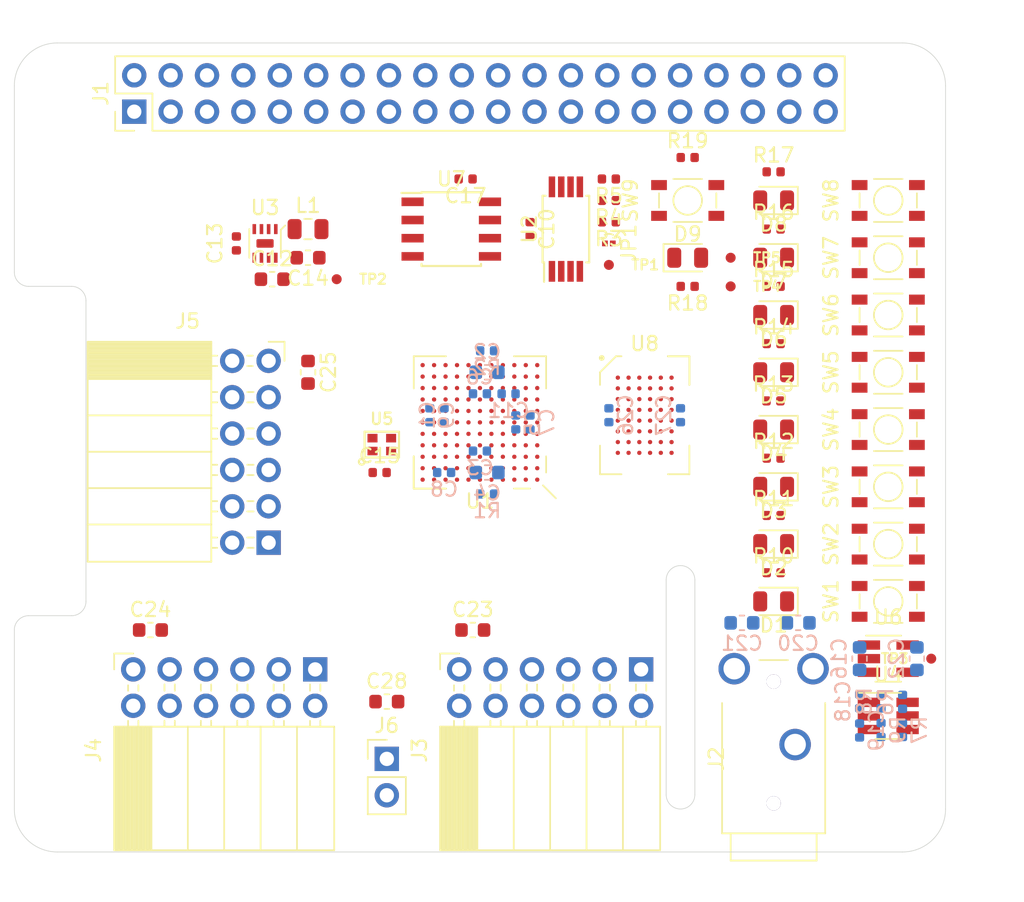
<source format=kicad_pcb>
(kicad_pcb (version 20171130) (host pcbnew 5.1.2+dfsg1-1)
  (layers (0 F.Cu signal) (1 In1.Cu power) (2 In2.Cu power) (31 B.Cu signal) (34 B.Paste user) (35 F.Paste user) (36 B.SilkS user hide) (37 F.SilkS user hide) (38 B.Mask user) (39 F.Mask user) (44 Edge.Cuts user))
  (net 0 "")
  (net 1 GND)
  (net 2 +1V2)
  (net 3 "Net-(C2-Pad2)")
  (net 4 "Net-(C2-Pad1)")
  (net 5 "Net-(C4-Pad2)")
  (net 6 "Net-(C4-Pad1)")
  (net 7 +3V3)
  (net 8 +5V)
  (net 9 "Net-(C13-Pad2)")
  (net 10 "Net-(C18-Pad1)")
  (net 11 "Net-(C19-Pad1)")
  (net 12 "Net-(C20-Pad1)")
  (net 13 "Net-(C21-Pad1)")
  (net 14 +3.3VDAC)
  (net 15 "Net-(D1-Pad1)")
  (net 16 /LED0)
  (net 17 /LED1)
  (net 18 "Net-(D2-Pad1)")
  (net 19 "Net-(D3-Pad1)")
  (net 20 /LED2)
  (net 21 /LED3)
  (net 22 "Net-(D4-Pad1)")
  (net 23 /LED4)
  (net 24 "Net-(D5-Pad1)")
  (net 25 "Net-(D6-Pad1)")
  (net 26 /LED5)
  (net 27 /LED6)
  (net 28 "Net-(D7-Pad1)")
  (net 29 "Net-(D8-Pad1)")
  (net 30 /LED7)
  (net 31 /GP13_FPGA_CDONE)
  (net 32 "Net-(J1-Pad3)")
  (net 33 "Net-(J1-Pad5)")
  (net 34 "Net-(J1-Pad7)")
  (net 35 /GP14_UART_TXD)
  (net 36 /GP15_UART_RXD)
  (net 37 "Net-(J1-Pad11)")
  (net 38 "Net-(J1-Pad12)")
  (net 39 /GP27_SDIO_DAT3)
  (net 40 /GP22_SDIO_CLK)
  (net 41 /GP23_SDIO_CMD)
  (net 42 /GP24_SDIO_DAT0)
  (net 43 /GP10_SPI_MOSI)
  (net 44 /GP9_SPI_MISO)
  (net 45 /GP25_SDIO_DAT1)
  (net 46 /GP11_SPI_SCK)
  (net 47 /GP8_SPI_~CS)
  (net 48 "Net-(J1-Pad26)")
  (net 49 /ID_SD)
  (net 50 /ID_SC)
  (net 51 "Net-(J1-Pad29)")
  (net 52 "Net-(J1-Pad31)")
  (net 53 /GP12_FPGA_~RST)
  (net 54 "Net-(J1-Pad35)")
  (net 55 "Net-(J1-Pad36)")
  (net 56 /GP26_SDIO_DAT2)
  (net 57 "Net-(J1-Pad38)")
  (net 58 "Net-(J1-Pad40)")
  (net 59 /IO0_0)
  (net 60 /IO0_1)
  (net 61 /IO0_2)
  (net 62 /IO0_3)
  (net 63 /IO0_4)
  (net 64 /IO0_5)
  (net 65 /IO0_6)
  (net 66 /IO0_7)
  (net 67 /IO1_7)
  (net 68 /IO1_6)
  (net 69 /IO1_5)
  (net 70 /IO1_4)
  (net 71 /IO1_3)
  (net 72 /IO1_2)
  (net 73 /IO1_1)
  (net 74 /IO1_0)
  (net 75 /IO2_0)
  (net 76 /IO2_1)
  (net 77 /IO2_2)
  (net 78 /IO2_3)
  (net 79 /IO2_4)
  (net 80 /IO2_5)
  (net 81 /IO2_6)
  (net 82 /IO2_7)
  (net 83 "Net-(JP1-Pad1)")
  (net 84 "Net-(L1-Pad1)")
  (net 85 "Net-(R6-Pad2)")
  (net 86 "Net-(R7-Pad2)")
  (net 87 /SW0)
  (net 88 /SW1)
  (net 89 /SW2)
  (net 90 /SW3)
  (net 91 /SW4)
  (net 92 /SW5)
  (net 93 /SW6)
  (net 94 /SW7)
  (net 95 /SRAM_DQ0)
  (net 96 /SRAM_DQ5)
  (net 97 /SRAM_DQ7)
  (net 98 /SRAM_DQ6)
  (net 99 /SRAM_DQ12)
  (net 100 /SRAM_A9)
  (net 101 /SRAM_A2)
  (net 102 /SRAM_A4)
  (net 103 /SRAM_A5)
  (net 104 /SRAM_A10)
  (net 105 /SRAM_DQ1)
  (net 106 /SRAM_DQ4)
  (net 107 /SRAM_DQ8)
  (net 108 /SRAM_DQ10)
  (net 109 /SRAM_DQ13)
  (net 110 /SRAM_DQ15)
  (net 111 /SRAM_A3)
  (net 112 /SRAM_A7)
  (net 113 /SRAM_A6)
  (net 114 /SRAM_A12)
  (net 115 /SRAM_DQ3)
  (net 116 /SRAM_DQ9)
  (net 117 /SRAM_DQ11)
  (net 118 /SRAM_A8)
  (net 119 /SRAM_A0)
  (net 120 /SRAM_A1)
  (net 121 /SRAM_A11)
  (net 122 /SRAM_A13)
  (net 123 /SRAM_A15)
  (net 124 /SRAM_DQ2)
  (net 125 /SRAM_DQ14)
  (net 126 /SRAM_A14)
  (net 127 /SRAM_A17)
  (net 128 /SRAM_A16)
  (net 129 /SRAM_~WE)
  (net 130 /SRAM_~OE)
  (net 131 /SRAM_~LB)
  (net 132 /SRAM_~UB)
  (net 133 /AUDIO_R_PWM)
  (net 134 "Net-(U1-PadB10)")
  (net 135 /CLK_OSC)
  (net 136 /AUDIO_L_PWM)
  (module fpga_hat:MOUNTHOLE_M2.5 (layer F.Cu) (at 161.5 83.5)
    (fp_text reference REF** hide)
    (fp_text value MOUNTHOLE_M2.5 hide)
    (pad "" np_thru_hole circle (at 0 0) (size 2.75 2.75) (drill 2.75) (layers *.Cu *.Mask) (thermal_gap 1.9))
  )
  (module fpga_hat:MOUNTHOLE_M2.5 (layer F.Cu) (at 161.5 133)
    (fp_text reference REF** hide)
    (fp_text value MOUNTHOLE_M2.5 hide)
    (pad "" np_thru_hole circle (at 0 0) (size 2.75 2.75) (drill 2.75) (layers *.Cu *.Mask) (thermal_gap 1.9))
  )
  (module fpga_hat:MOUNTHOLE_M2.5 (layer F.Cu) (at 103.5 133)
    (fp_text reference REF** hide)
    (fp_text value MOUNTHOLE_M2.5 hide)
    (pad "" np_thru_hole circle (at 0 0) (size 2.75 2.75) (drill 2.75) (layers *.Cu *.Mask) (thermal_gap 1.9))
  )
  (module fpga_hat:MOUNTHOLE_M2.5 (layer F.Cu) (at 103.5 83.5)
    (fp_text reference REF** hide)
    (fp_text value MOUNTHOLE_M2.5 hide)
    (pad "" np_thru_hole circle (at 0 0) (size 2.75 2.75) (drill 2.75) (layers *.Cu *.Mask) (thermal_gap 1.9))
  )
  (module Capacitor_SMD:C_0402_1005Metric (layer B.Cu) (at 130 106 270)
    (fp_text reference C1 (at 0 1.17 90) (layer B.SilkS) (effects (justify mirror)))
    (fp_text value 100n)
    (pad 2 smd roundrect (at 0.485 0 270) (size 0.59 0.64) (layers B.Cu B.Paste B.Mask) (net 1 GND))
    (pad 1 smd roundrect (at -0.485 0 270) (size 0.59 0.64) (layers B.Cu B.Paste B.Mask) (net 2 +1V2))
  )
  (module Capacitor_SMD:C_0603_1608Metric (layer B.Cu) (at 133 103 180)
    (fp_text reference C2 (at 0 1.43) (layer B.SilkS) (effects (justify mirror)))
    (fp_text value 4u7)
    (pad 2 smd roundrect (at 0.7875 0 180) (size 0.875 0.95) (layers B.Cu B.Paste B.Mask) (net 3 "Net-(C2-Pad2)"))
    (pad 1 smd roundrect (at -0.7875 0 180) (size 0.875 0.95) (layers B.Cu B.Paste B.Mask) (net 4 "Net-(C2-Pad1)"))
  )
  (module Capacitor_SMD:C_0402_1005Metric (layer B.Cu) (at 132.5 108.5)
    (fp_text reference C3 (at 0 1.17) (layer B.SilkS) (effects (justify mirror)))
    (fp_text value 100n)
    (pad 1 smd roundrect (at -0.485 0) (size 0.59 0.64) (layers B.Cu B.Paste B.Mask) (net 2 +1V2))
    (pad 2 smd roundrect (at 0.485 0) (size 0.59 0.64) (layers B.Cu B.Paste B.Mask) (net 1 GND))
  )
  (module Capacitor_SMD:C_0603_1608Metric (layer B.Cu) (at 133 110)
    (fp_text reference C4 (at 0 1.43) (layer B.SilkS) (effects (justify mirror)))
    (fp_text value 4u7)
    (pad 1 smd roundrect (at -0.7875 0) (size 0.875 0.95) (layers B.Cu B.Paste B.Mask) (net 6 "Net-(C4-Pad1)"))
    (pad 2 smd roundrect (at 0.7875 0) (size 0.875 0.95) (layers B.Cu B.Paste B.Mask) (net 5 "Net-(C4-Pad2)"))
  )
  (module Capacitor_SMD:C_0402_1005Metric (layer B.Cu) (at 135 106.5 90)
    (fp_text reference C5 (at 0 1.17 270) (layer B.SilkS) (effects (justify mirror)))
    (fp_text value 100n)
    (pad 1 smd roundrect (at -0.485 0 90) (size 0.59 0.64) (layers B.Cu B.Paste B.Mask) (net 2 +1V2))
    (pad 2 smd roundrect (at 0.485 0 90) (size 0.59 0.64) (layers B.Cu B.Paste B.Mask) (net 1 GND))
  )
  (module Capacitor_SMD:C_0402_1005Metric (layer B.Cu) (at 132.5 104.5 180)
    (fp_text reference C6 (at 0 1.17) (layer B.SilkS) (effects (justify mirror)))
    (fp_text value 100n)
    (pad 2 smd roundrect (at 0.485 0 180) (size 0.59 0.64) (layers B.Cu B.Paste B.Mask) (net 1 GND))
    (pad 1 smd roundrect (at -0.485 0 180) (size 0.59 0.64) (layers B.Cu B.Paste B.Mask) (net 2 +1V2))
  )
  (module Capacitor_SMD:C_0402_1005Metric (layer B.Cu) (at 136 106.5 90)
    (fp_text reference C7 (at 0 1.17 270) (layer B.SilkS) (effects (justify mirror)))
    (fp_text value 100n)
    (pad 2 smd roundrect (at 0.485 0 90) (size 0.59 0.64) (layers B.Cu B.Paste B.Mask) (net 1 GND))
    (pad 1 smd roundrect (at -0.485 0 90) (size 0.59 0.64) (layers B.Cu B.Paste B.Mask) (net 7 +3V3))
  )
  (module Capacitor_SMD:C_0402_1005Metric (layer B.Cu) (at 130 110)
    (fp_text reference C8 (at 0 1.17) (layer B.SilkS) (effects (justify mirror)))
    (fp_text value 100n)
    (pad 2 smd roundrect (at 0.485 0) (size 0.59 0.64) (layers B.Cu B.Paste B.Mask) (net 1 GND))
    (pad 1 smd roundrect (at -0.485 0) (size 0.59 0.64) (layers B.Cu B.Paste B.Mask) (net 7 +3V3))
  )
  (module Capacitor_SMD:C_0402_1005Metric (layer B.Cu) (at 129 106 90)
    (fp_text reference C9 (at 0 1.17 90) (layer B.SilkS) (effects (justify mirror)))
    (fp_text value 100n)
    (pad 2 smd roundrect (at 0.485 0 90) (size 0.59 0.64) (layers B.Cu B.Paste B.Mask) (net 1 GND))
    (pad 1 smd roundrect (at -0.485 0 90) (size 0.59 0.64) (layers B.Cu B.Paste B.Mask) (net 7 +3V3))
  )
  (module Capacitor_SMD:C_0402_1005Metric (layer F.Cu) (at 136 93 270)
    (fp_text reference C10 (at 0 -1.17 90) (layer F.SilkS))
    (fp_text value 100n)
    (pad 2 smd roundrect (at 0.485 0 270) (size 0.59 0.64) (layers F.Cu F.Paste F.Mask) (net 1 GND))
    (pad 1 smd roundrect (at -0.485 0 270) (size 0.59 0.64) (layers F.Cu F.Paste F.Mask) (net 7 +3V3))
  )
  (module Capacitor_SMD:C_0402_1005Metric (layer B.Cu) (at 134.5 104.5)
    (fp_text reference C11 (at 0 1.17) (layer B.SilkS) (effects (justify mirror)))
    (fp_text value 100n)
    (pad 1 smd roundrect (at -0.485 0) (size 0.59 0.64) (layers B.Cu B.Paste B.Mask) (net 7 +3V3))
    (pad 2 smd roundrect (at 0.485 0) (size 0.59 0.64) (layers B.Cu B.Paste B.Mask) (net 1 GND))
  )
  (module Capacitor_SMD:C_0603_1608Metric (layer F.Cu) (at 118 96.5)
    (fp_text reference C12 (at 0 -1.43) (layer F.SilkS))
    (fp_text value 4u7)
    (pad 2 smd roundrect (at 0.7875 0) (size 0.875 0.95) (layers F.Cu F.Paste F.Mask) (net 1 GND))
    (pad 1 smd roundrect (at -0.7875 0) (size 0.875 0.95) (layers F.Cu F.Paste F.Mask) (net 8 +5V))
  )
  (module Capacitor_SMD:C_0402_1005Metric (layer F.Cu) (at 115.5 94 270)
    (fp_text reference C13 (at 0 1.5 90) (layer F.SilkS))
    (fp_text value 560p)
    (pad 1 smd roundrect (at -0.485 0 270) (size 0.59 0.64) (layers F.Cu F.Paste F.Mask) (net 2 +1V2))
    (pad 2 smd roundrect (at 0.485 0 270) (size 0.59 0.64) (layers F.Cu F.Paste F.Mask) (net 9 "Net-(C13-Pad2)"))
  )
  (module Capacitor_SMD:C_0603_1608Metric (layer F.Cu) (at 120.5 95 180)
    (fp_text reference C14 (at 0 -1.43) (layer F.SilkS))
    (fp_text value 4u7)
    (pad 2 smd roundrect (at 0.7875 0 180) (size 0.875 0.95) (layers F.Cu F.Paste F.Mask) (net 1 GND))
    (pad 1 smd roundrect (at -0.7875 0 180) (size 0.875 0.95) (layers F.Cu F.Paste F.Mask) (net 2 +1V2))
  )
  (module Capacitor_SMD:C_0402_1005Metric (layer F.Cu) (at 125.5 110)
    (fp_text reference C15 (at 0 -1.17) (layer F.SilkS))
    (fp_text value 100n)
    (pad 2 smd roundrect (at 0.485 0) (size 0.59 0.64) (layers F.Cu F.Paste F.Mask) (net 1 GND))
    (pad 1 smd roundrect (at -0.485 0) (size 0.59 0.64) (layers F.Cu F.Paste F.Mask) (net 7 +3V3))
  )
  (module Capacitor_SMD:C_0603_1608Metric (layer B.Cu) (at 159 123 270)
    (fp_text reference C16 (at 0 1.43 90) (layer B.SilkS) (effects (justify mirror)))
    (fp_text value 1u)
    (pad 1 smd roundrect (at -0.7875 0 270) (size 0.875 0.95) (layers B.Cu B.Paste B.Mask) (net 8 +5V))
    (pad 2 smd roundrect (at 0.7875 0 270) (size 0.875 0.95) (layers B.Cu B.Paste B.Mask) (net 1 GND))
  )
  (module Capacitor_SMD:C_0402_1005Metric (layer F.Cu) (at 131.5 89.5 180)
    (fp_text reference C17 (at 0 -1.17) (layer F.SilkS))
    (fp_text value 100n)
    (pad 1 smd roundrect (at -0.485 0 180) (size 0.59 0.64) (layers F.Cu F.Paste F.Mask) (net 7 +3V3))
    (pad 2 smd roundrect (at 0.485 0 180) (size 0.59 0.64) (layers F.Cu F.Paste F.Mask) (net 1 GND))
  )
  (module Capacitor_SMD:C_0402_1005Metric (layer B.Cu) (at 159 125.985 270)
    (fp_text reference C18 (at 0 1.17 90) (layer B.SilkS) (effects (justify mirror)))
    (fp_text value 100n)
    (pad 1 smd roundrect (at -0.485 0 270) (size 0.59 0.64) (layers B.Cu B.Paste B.Mask) (net 10 "Net-(C18-Pad1)"))
    (pad 2 smd roundrect (at 0.485 0 270) (size 0.59 0.64) (layers B.Cu B.Paste B.Mask) (net 1 GND))
  )
  (module Capacitor_SMD:C_0402_1005Metric (layer B.Cu) (at 159 128.015 90)
    (fp_text reference C19 (at 0 1.17 90) (layer B.SilkS) (effects (justify mirror)))
    (fp_text value 100n)
    (pad 1 smd roundrect (at -0.485 0 90) (size 0.59 0.64) (layers B.Cu B.Paste B.Mask) (net 11 "Net-(C19-Pad1)"))
    (pad 2 smd roundrect (at 0.485 0 90) (size 0.59 0.64) (layers B.Cu B.Paste B.Mask) (net 1 GND))
  )
  (module Capacitor_SMD:C_0603_1608Metric (layer B.Cu) (at 154.7125 120.5)
    (fp_text reference C20 (at 0 1.43) (layer B.SilkS) (effects (justify mirror)))
    (fp_text value 4u7)
    (pad 1 smd roundrect (at -0.7875 0) (size 0.875 0.95) (layers B.Cu B.Paste B.Mask) (net 12 "Net-(C20-Pad1)"))
    (pad 2 smd roundrect (at 0.7875 0) (size 0.875 0.95) (layers B.Cu B.Paste B.Mask) (net 10 "Net-(C18-Pad1)"))
  )
  (module Capacitor_SMD:C_0603_1608Metric (layer B.Cu) (at 150.7875 120.5)
    (fp_text reference C21 (at 0 1.43) (layer B.SilkS) (effects (justify mirror)))
    (fp_text value 4u7)
    (pad 1 smd roundrect (at -0.7875 0) (size 0.875 0.95) (layers B.Cu B.Paste B.Mask) (net 13 "Net-(C21-Pad1)"))
    (pad 2 smd roundrect (at 0.7875 0) (size 0.875 0.95) (layers B.Cu B.Paste B.Mask) (net 11 "Net-(C19-Pad1)"))
  )
  (module Capacitor_SMD:C_0603_1608Metric (layer B.Cu) (at 163 123 270)
    (fp_text reference C22 (at 0 1.43 90) (layer B.SilkS) (effects (justify mirror)))
    (fp_text value 1u)
    (pad 2 smd roundrect (at 0.7875 0 270) (size 0.875 0.95) (layers B.Cu B.Paste B.Mask) (net 1 GND))
    (pad 1 smd roundrect (at -0.7875 0 270) (size 0.875 0.95) (layers B.Cu B.Paste B.Mask) (net 14 +3.3VDAC))
  )
  (module Capacitor_SMD:C_0603_1608Metric (layer F.Cu) (at 132 121)
    (fp_text reference C23 (at 0 -1.43) (layer F.SilkS))
    (fp_text value 1u)
    (pad 2 smd roundrect (at 0.7875 0) (size 0.875 0.95) (layers F.Cu F.Paste F.Mask) (net 1 GND))
    (pad 1 smd roundrect (at -0.7875 0) (size 0.875 0.95) (layers F.Cu F.Paste F.Mask) (net 7 +3V3))
  )
  (module Capacitor_SMD:C_0603_1608Metric (layer F.Cu) (at 109.5 121)
    (fp_text reference C24 (at 0 -1.43) (layer F.SilkS))
    (fp_text value 1u)
    (pad 1 smd roundrect (at -0.7875 0) (size 0.875 0.95) (layers F.Cu F.Paste F.Mask) (net 7 +3V3))
    (pad 2 smd roundrect (at 0.7875 0) (size 0.875 0.95) (layers F.Cu F.Paste F.Mask) (net 1 GND))
  )
  (module Capacitor_SMD:C_0603_1608Metric (layer F.Cu) (at 120.5 103 270)
    (fp_text reference C25 (at 0 -1.43 90) (layer F.SilkS))
    (fp_text value 1u)
    (pad 2 smd roundrect (at 0.7875 0 270) (size 0.875 0.95) (layers F.Cu F.Paste F.Mask) (net 1 GND))
    (pad 1 smd roundrect (at -0.7875 0 270) (size 0.875 0.95) (layers F.Cu F.Paste F.Mask) (net 7 +3V3))
  )
  (module Capacitor_SMD:C_0402_1005Metric (layer B.Cu) (at 141.5 106 90)
    (fp_text reference C26 (at 0 1.17 270) (layer B.SilkS) (effects (justify mirror)))
    (fp_text value 100n)
    (pad 1 smd roundrect (at -0.485 0 90) (size 0.59 0.64) (layers B.Cu B.Paste B.Mask) (net 7 +3V3))
    (pad 2 smd roundrect (at 0.485 0 90) (size 0.59 0.64) (layers B.Cu B.Paste B.Mask) (net 1 GND))
  )
  (module Capacitor_SMD:C_0402_1005Metric (layer B.Cu) (at 146.5 106 270)
    (fp_text reference C27 (at 0 1.17 270) (layer B.SilkS) (effects (justify mirror)))
    (fp_text value 100n)
    (pad 2 smd roundrect (at 0.485 0 270) (size 0.59 0.64) (layers B.Cu B.Paste B.Mask) (net 1 GND))
    (pad 1 smd roundrect (at -0.485 0 270) (size 0.59 0.64) (layers B.Cu B.Paste B.Mask) (net 7 +3V3))
  )
  (module Capacitor_SMD:C_0603_1608Metric (layer F.Cu) (at 126 126)
    (fp_text reference C28 (at 0 -1.43) (layer F.SilkS))
    (fp_text value 1u)
    (pad 1 smd roundrect (at -0.7875 0) (size 0.875 0.95) (layers F.Cu F.Paste F.Mask) (net 8 +5V))
    (pad 2 smd roundrect (at 0.7875 0) (size 0.875 0.95) (layers F.Cu F.Paste F.Mask) (net 1 GND))
  )
  (module LED_SMD:LED_0805_2012Metric (layer F.Cu) (at 153 119 180)
    (fp_text reference D1 (at 0 -1.65) (layer F.SilkS))
    (fp_text value LED)
    (pad 1 smd roundrect (at -0.9375 0 180) (size 0.975 1.4) (layers F.Cu F.Paste F.Mask) (net 15 "Net-(D1-Pad1)"))
    (pad 2 smd roundrect (at 0.9375 0 180) (size 0.975 1.4) (layers F.Cu F.Paste F.Mask) (net 16 /LED0))
  )
  (module LED_SMD:LED_0805_2012Metric (layer F.Cu) (at 153 115 180)
    (fp_text reference D2 (at 0 -1.65) (layer F.SilkS))
    (fp_text value LED)
    (pad 1 smd roundrect (at -0.9375 0 180) (size 0.975 1.4) (layers F.Cu F.Paste F.Mask) (net 18 "Net-(D2-Pad1)"))
    (pad 2 smd roundrect (at 0.9375 0 180) (size 0.975 1.4) (layers F.Cu F.Paste F.Mask) (net 17 /LED1))
  )
  (module LED_SMD:LED_0805_2012Metric (layer F.Cu) (at 153 111 180)
    (fp_text reference D3 (at 0 -1.65) (layer F.SilkS))
    (fp_text value LED)
    (pad 2 smd roundrect (at 0.9375 0 180) (size 0.975 1.4) (layers F.Cu F.Paste F.Mask) (net 20 /LED2))
    (pad 1 smd roundrect (at -0.9375 0 180) (size 0.975 1.4) (layers F.Cu F.Paste F.Mask) (net 19 "Net-(D3-Pad1)"))
  )
  (module LED_SMD:LED_0805_2012Metric (layer F.Cu) (at 153 107 180)
    (fp_text reference D4 (at 0 -1.65) (layer F.SilkS))
    (fp_text value LED)
    (pad 1 smd roundrect (at -0.9375 0 180) (size 0.975 1.4) (layers F.Cu F.Paste F.Mask) (net 22 "Net-(D4-Pad1)"))
    (pad 2 smd roundrect (at 0.9375 0 180) (size 0.975 1.4) (layers F.Cu F.Paste F.Mask) (net 21 /LED3))
  )
  (module LED_SMD:LED_0805_2012Metric (layer F.Cu) (at 153 103 180)
    (fp_text reference D5 (at 0 -1.65) (layer F.SilkS))
    (fp_text value LED)
    (pad 2 smd roundrect (at 0.9375 0 180) (size 0.975 1.4) (layers F.Cu F.Paste F.Mask) (net 23 /LED4))
    (pad 1 smd roundrect (at -0.9375 0 180) (size 0.975 1.4) (layers F.Cu F.Paste F.Mask) (net 24 "Net-(D5-Pad1)"))
  )
  (module LED_SMD:LED_0805_2012Metric (layer F.Cu) (at 153 99 180)
    (fp_text reference D6 (at 0 -1.65) (layer F.SilkS))
    (fp_text value LED)
    (pad 1 smd roundrect (at -0.9375 0 180) (size 0.975 1.4) (layers F.Cu F.Paste F.Mask) (net 25 "Net-(D6-Pad1)"))
    (pad 2 smd roundrect (at 0.9375 0 180) (size 0.975 1.4) (layers F.Cu F.Paste F.Mask) (net 26 /LED5))
  )
  (module LED_SMD:LED_0805_2012Metric (layer F.Cu) (at 153 95 180)
    (fp_text reference D7 (at 0 -1.65) (layer F.SilkS))
    (fp_text value LED)
    (pad 2 smd roundrect (at 0.9375 0 180) (size 0.975 1.4) (layers F.Cu F.Paste F.Mask) (net 27 /LED6))
    (pad 1 smd roundrect (at -0.9375 0 180) (size 0.975 1.4) (layers F.Cu F.Paste F.Mask) (net 28 "Net-(D7-Pad1)"))
  )
  (module LED_SMD:LED_0805_2012Metric (layer F.Cu) (at 153 91 180)
    (fp_text reference D8 (at 0 -1.65) (layer F.SilkS))
    (fp_text value LED)
    (pad 1 smd roundrect (at -0.9375 0 180) (size 0.975 1.4) (layers F.Cu F.Paste F.Mask) (net 29 "Net-(D8-Pad1)"))
    (pad 2 smd roundrect (at 0.9375 0 180) (size 0.975 1.4) (layers F.Cu F.Paste F.Mask) (net 30 /LED7))
  )
  (module LED_SMD:LED_0805_2012Metric (layer F.Cu) (at 147 95)
    (fp_text reference D9 (at 0 -1.65) (layer F.SilkS))
    (fp_text value LED)
    (pad 2 smd roundrect (at 0.9375 0) (size 0.975 1.4) (layers F.Cu F.Paste F.Mask) (net 31 /GP13_FPGA_CDONE))
    (pad 1 smd roundrect (at -0.9375 0) (size 0.975 1.4) (layers F.Cu F.Paste F.Mask) (net 1 GND))
  )
  (module Connector_PinHeader_2.54mm:PinHeader_2x20_P2.54mm_Vertical (layer F.Cu) (at 108.37 84.8 90)
    (fp_text reference J1 (at 1.27 -2.33 90) (layer F.SilkS))
    (fp_text value 2x20)
    (pad 1 thru_hole rect (at 0 0 90) (size 1.7 1.7) (drill 1) (layers *.Cu *.Mask) (net 7 +3V3))
    (pad 2 thru_hole oval (at 2.54 0 90) (size 1.7 1.7) (drill 1) (layers *.Cu *.Mask) (net 8 +5V))
    (pad 3 thru_hole oval (at 0 2.54 90) (size 1.7 1.7) (drill 1) (layers *.Cu *.Mask) (net 32 "Net-(J1-Pad3)"))
    (pad 4 thru_hole oval (at 2.54 2.54 90) (size 1.7 1.7) (drill 1) (layers *.Cu *.Mask) (net 8 +5V))
    (pad 5 thru_hole oval (at 0 5.08 90) (size 1.7 1.7) (drill 1) (layers *.Cu *.Mask) (net 33 "Net-(J1-Pad5)"))
    (pad 6 thru_hole oval (at 2.54 5.08 90) (size 1.7 1.7) (drill 1) (layers *.Cu *.Mask) (net 1 GND))
    (pad 7 thru_hole oval (at 0 7.62 90) (size 1.7 1.7) (drill 1) (layers *.Cu *.Mask) (net 34 "Net-(J1-Pad7)"))
    (pad 8 thru_hole oval (at 2.54 7.62 90) (size 1.7 1.7) (drill 1) (layers *.Cu *.Mask) (net 35 /GP14_UART_TXD))
    (pad 9 thru_hole oval (at 0 10.16 90) (size 1.7 1.7) (drill 1) (layers *.Cu *.Mask) (net 1 GND))
    (pad 10 thru_hole oval (at 2.54 10.16 90) (size 1.7 1.7) (drill 1) (layers *.Cu *.Mask) (net 36 /GP15_UART_RXD))
    (pad 11 thru_hole oval (at 0 12.7 90) (size 1.7 1.7) (drill 1) (layers *.Cu *.Mask) (net 37 "Net-(J1-Pad11)"))
    (pad 12 thru_hole oval (at 2.54 12.7 90) (size 1.7 1.7) (drill 1) (layers *.Cu *.Mask) (net 38 "Net-(J1-Pad12)"))
    (pad 13 thru_hole oval (at 0 15.24 90) (size 1.7 1.7) (drill 1) (layers *.Cu *.Mask) (net 39 /GP27_SDIO_DAT3))
    (pad 14 thru_hole oval (at 2.54 15.24 90) (size 1.7 1.7) (drill 1) (layers *.Cu *.Mask) (net 1 GND))
    (pad 15 thru_hole oval (at 0 17.78 90) (size 1.7 1.7) (drill 1) (layers *.Cu *.Mask) (net 40 /GP22_SDIO_CLK))
    (pad 16 thru_hole oval (at 2.54 17.78 90) (size 1.7 1.7) (drill 1) (layers *.Cu *.Mask) (net 41 /GP23_SDIO_CMD))
    (pad 17 thru_hole oval (at 0 20.32 90) (size 1.7 1.7) (drill 1) (layers *.Cu *.Mask) (net 7 +3V3))
    (pad 18 thru_hole oval (at 2.54 20.32 90) (size 1.7 1.7) (drill 1) (layers *.Cu *.Mask) (net 42 /GP24_SDIO_DAT0))
    (pad 19 thru_hole oval (at 0 22.86 90) (size 1.7 1.7) (drill 1) (layers *.Cu *.Mask) (net 43 /GP10_SPI_MOSI))
    (pad 20 thru_hole oval (at 2.54 22.86 90) (size 1.7 1.7) (drill 1) (layers *.Cu *.Mask) (net 1 GND))
    (pad 21 thru_hole oval (at 0 25.4 90) (size 1.7 1.7) (drill 1) (layers *.Cu *.Mask) (net 44 /GP9_SPI_MISO))
    (pad 22 thru_hole oval (at 2.54 25.4 90) (size 1.7 1.7) (drill 1) (layers *.Cu *.Mask) (net 45 /GP25_SDIO_DAT1))
    (pad 23 thru_hole oval (at 0 27.94 90) (size 1.7 1.7) (drill 1) (layers *.Cu *.Mask) (net 46 /GP11_SPI_SCK))
    (pad 24 thru_hole oval (at 2.54 27.94 90) (size 1.7 1.7) (drill 1) (layers *.Cu *.Mask) (net 47 /GP8_SPI_~CS))
    (pad 25 thru_hole oval (at 0 30.48 90) (size 1.7 1.7) (drill 1) (layers *.Cu *.Mask) (net 1 GND))
    (pad 26 thru_hole oval (at 2.54 30.48 90) (size 1.7 1.7) (drill 1) (layers *.Cu *.Mask) (net 48 "Net-(J1-Pad26)"))
    (pad 27 thru_hole oval (at 0 33.02 90) (size 1.7 1.7) (drill 1) (layers *.Cu *.Mask) (net 49 /ID_SD))
    (pad 28 thru_hole oval (at 2.54 33.02 90) (size 1.7 1.7) (drill 1) (layers *.Cu *.Mask) (net 50 /ID_SC))
    (pad 29 thru_hole oval (at 0 35.56 90) (size 1.7 1.7) (drill 1) (layers *.Cu *.Mask) (net 51 "Net-(J1-Pad29)"))
    (pad 30 thru_hole oval (at 2.54 35.56 90) (size 1.7 1.7) (drill 1) (layers *.Cu *.Mask) (net 1 GND))
    (pad 31 thru_hole oval (at 0 38.1 90) (size 1.7 1.7) (drill 1) (layers *.Cu *.Mask) (net 52 "Net-(J1-Pad31)"))
    (pad 32 thru_hole oval (at 2.54 38.1 90) (size 1.7 1.7) (drill 1) (layers *.Cu *.Mask) (net 53 /GP12_FPGA_~RST))
    (pad 33 thru_hole oval (at 0 40.64 90) (size 1.7 1.7) (drill 1) (layers *.Cu *.Mask) (net 31 /GP13_FPGA_CDONE))
    (pad 34 thru_hole oval (at 2.54 40.64 90) (size 1.7 1.7) (drill 1) (layers *.Cu *.Mask) (net 1 GND))
    (pad 35 thru_hole oval (at 0 43.18 90) (size 1.7 1.7) (drill 1) (layers *.Cu *.Mask) (net 54 "Net-(J1-Pad35)"))
    (pad 36 thru_hole oval (at 2.54 43.18 90) (size 1.7 1.7) (drill 1) (layers *.Cu *.Mask) (net 55 "Net-(J1-Pad36)"))
    (pad 37 thru_hole oval (at 0 45.72 90) (size 1.7 1.7) (drill 1) (layers *.Cu *.Mask) (net 56 /GP26_SDIO_DAT2))
    (pad 38 thru_hole oval (at 2.54 45.72 90) (size 1.7 1.7) (drill 1) (layers *.Cu *.Mask) (net 57 "Net-(J1-Pad38)"))
    (pad 39 thru_hole oval (at 0 48.26 90) (size 1.7 1.7) (drill 1) (layers *.Cu *.Mask) (net 1 GND))
    (pad 40 thru_hole oval (at 2.54 48.26 90) (size 1.7 1.7) (drill 1) (layers *.Cu *.Mask) (net 58 "Net-(J1-Pad40)"))
  )
  (module fpga_hat:STX-3000_TRS_3.5mm (layer F.Cu) (at 153 129 90)
    (fp_text reference J2 (at -1 -4 90) (layer F.SilkS))
    (fp_text value AudioJack3)
    (pad ~ thru_hole circle (at -4.1 0 90) (size 1 1) (drill 1) (layers *.Cu *.Mask))
    (pad ~ thru_hole circle (at 4.4 0 90) (size 1 1) (drill 1) (layers *.Cu *.Mask))
    (pad S thru_hole circle (at 0 1.5 90) (size 2.2 2.2) (drill 1.5) (layers *.Cu *.Mask) (net 1 GND))
    (pad R thru_hole circle (at 5.3 -2.75 90) (size 2.2 2.2) (drill 1.5) (layers *.Cu *.Mask) (net 13 "Net-(C21-Pad1)"))
    (pad T thru_hole circle (at 5.3 2.75 90) (size 2.2 2.2) (drill 1.5) (layers *.Cu *.Mask) (net 12 "Net-(C20-Pad1)"))
  )
  (module fpga_hat:PinSocket_2x06_P2.54mm_Horizontal (layer F.Cu) (at 143.75 123.75 90)
    (fp_text reference J3 (at -5.65 -15.47 90) (layer F.SilkS))
    (fp_text value Conn_02x06_Top_Bottom)
    (pad 6 thru_hole circle (at 0 -12.7 90) (size 1.7 1.7) (drill 1) (layers *.Cu *.Mask) (net 7 +3V3))
    (pad 12 thru_hole oval (at -2.54 -12.7 90) (size 1.7 1.7) (drill 1) (layers *.Cu *.Mask) (net 7 +3V3))
    (pad 5 thru_hole oval (at 0 -10.16 90) (size 1.7 1.7) (drill 1) (layers *.Cu *.Mask) (net 1 GND))
    (pad 11 thru_hole oval (at -2.54 -10.16 90) (size 1.7 1.7) (drill 1) (layers *.Cu *.Mask) (net 1 GND))
    (pad 4 thru_hole oval (at 0 -7.62 90) (size 1.7 1.7) (drill 1) (layers *.Cu *.Mask) (net 62 /IO0_3))
    (pad 10 thru_hole oval (at -2.54 -7.62 90) (size 1.7 1.7) (drill 1) (layers *.Cu *.Mask) (net 66 /IO0_7))
    (pad 3 thru_hole oval (at 0 -5.08 90) (size 1.7 1.7) (drill 1) (layers *.Cu *.Mask) (net 61 /IO0_2))
    (pad 9 thru_hole oval (at -2.54 -5.08 90) (size 1.7 1.7) (drill 1) (layers *.Cu *.Mask) (net 65 /IO0_6))
    (pad 2 thru_hole oval (at 0 -2.54 90) (size 1.7 1.7) (drill 1) (layers *.Cu *.Mask) (net 60 /IO0_1))
    (pad 8 thru_hole oval (at -2.54 -2.54 90) (size 1.7 1.7) (drill 1) (layers *.Cu *.Mask) (net 64 /IO0_5))
    (pad 1 thru_hole rect (at 0 0 90) (size 1.7 1.7) (drill 1) (layers *.Cu *.Mask) (net 59 /IO0_0))
    (pad 7 thru_hole oval (at -2.54 0 90) (size 1.7 1.7) (drill 1) (layers *.Cu *.Mask) (net 63 /IO0_4))
  )
  (module fpga_hat:PinSocket_2x06_P2.54mm_Horizontal (layer F.Cu) (at 121 123.75 90)
    (fp_text reference J4 (at -5.65 -15.47 90) (layer F.SilkS))
    (fp_text value Conn_02x06_Top_Bottom)
    (pad 7 thru_hole oval (at -2.54 0 90) (size 1.7 1.7) (drill 1) (layers *.Cu *.Mask) (net 70 /IO1_4))
    (pad 1 thru_hole rect (at 0 0 90) (size 1.7 1.7) (drill 1) (layers *.Cu *.Mask) (net 74 /IO1_0))
    (pad 8 thru_hole oval (at -2.54 -2.54 90) (size 1.7 1.7) (drill 1) (layers *.Cu *.Mask) (net 69 /IO1_5))
    (pad 2 thru_hole oval (at 0 -2.54 90) (size 1.7 1.7) (drill 1) (layers *.Cu *.Mask) (net 73 /IO1_1))
    (pad 9 thru_hole oval (at -2.54 -5.08 90) (size 1.7 1.7) (drill 1) (layers *.Cu *.Mask) (net 68 /IO1_6))
    (pad 3 thru_hole oval (at 0 -5.08 90) (size 1.7 1.7) (drill 1) (layers *.Cu *.Mask) (net 72 /IO1_2))
    (pad 10 thru_hole oval (at -2.54 -7.62 90) (size 1.7 1.7) (drill 1) (layers *.Cu *.Mask) (net 67 /IO1_7))
    (pad 4 thru_hole oval (at 0 -7.62 90) (size 1.7 1.7) (drill 1) (layers *.Cu *.Mask) (net 71 /IO1_3))
    (pad 11 thru_hole oval (at -2.54 -10.16 90) (size 1.7 1.7) (drill 1) (layers *.Cu *.Mask) (net 1 GND))
    (pad 5 thru_hole oval (at 0 -10.16 90) (size 1.7 1.7) (drill 1) (layers *.Cu *.Mask) (net 1 GND))
    (pad 12 thru_hole oval (at -2.54 -12.7 90) (size 1.7 1.7) (drill 1) (layers *.Cu *.Mask) (net 7 +3V3))
    (pad 6 thru_hole circle (at 0 -12.7 90) (size 1.7 1.7) (drill 1) (layers *.Cu *.Mask) (net 7 +3V3))
  )
  (module fpga_hat:PinSocket_2x06_P2.54mm_Horizontal (layer F.Cu) (at 117.75 114.9)
    (fp_text reference J5 (at -5.65 -15.47) (layer F.SilkS))
    (fp_text value Conn_02x06_Top_Bottom)
    (pad 6 thru_hole circle (at 0 -12.7) (size 1.7 1.7) (drill 1) (layers *.Cu *.Mask) (net 7 +3V3))
    (pad 12 thru_hole oval (at -2.54 -12.7) (size 1.7 1.7) (drill 1) (layers *.Cu *.Mask) (net 7 +3V3))
    (pad 5 thru_hole oval (at 0 -10.16) (size 1.7 1.7) (drill 1) (layers *.Cu *.Mask) (net 1 GND))
    (pad 11 thru_hole oval (at -2.54 -10.16) (size 1.7 1.7) (drill 1) (layers *.Cu *.Mask) (net 1 GND))
    (pad 4 thru_hole oval (at 0 -7.62) (size 1.7 1.7) (drill 1) (layers *.Cu *.Mask) (net 78 /IO2_3))
    (pad 10 thru_hole oval (at -2.54 -7.62) (size 1.7 1.7) (drill 1) (layers *.Cu *.Mask) (net 82 /IO2_7))
    (pad 3 thru_hole oval (at 0 -5.08) (size 1.7 1.7) (drill 1) (layers *.Cu *.Mask) (net 77 /IO2_2))
    (pad 9 thru_hole oval (at -2.54 -5.08) (size 1.7 1.7) (drill 1) (layers *.Cu *.Mask) (net 81 /IO2_6))
    (pad 2 thru_hole oval (at 0 -2.54) (size 1.7 1.7) (drill 1) (layers *.Cu *.Mask) (net 76 /IO2_1))
    (pad 8 thru_hole oval (at -2.54 -2.54) (size 1.7 1.7) (drill 1) (layers *.Cu *.Mask) (net 80 /IO2_5))
    (pad 1 thru_hole rect (at 0 0) (size 1.7 1.7) (drill 1) (layers *.Cu *.Mask) (net 75 /IO2_0))
    (pad 7 thru_hole oval (at -2.54 0) (size 1.7 1.7) (drill 1) (layers *.Cu *.Mask) (net 79 /IO2_4))
  )
  (module Connector_PinHeader_2.54mm:PinHeader_1x02_P2.54mm_Vertical (layer F.Cu) (at 126 130)
    (fp_text reference J6 (at 0 -2.33) (layer F.SilkS))
    (fp_text value Conn_01x02)
    (pad 1 thru_hole rect (at 0 0) (size 1.7 1.7) (drill 1) (layers *.Cu *.Mask) (net 8 +5V))
    (pad 2 thru_hole oval (at 0 2.54) (size 1.7 1.7) (drill 1) (layers *.Cu *.Mask) (net 1 GND))
  )
  (module fpga_hat:SOLDER_JUMP (layer F.Cu) (at 141.5 94 90)
    (fp_text reference JP1 (at 0 1.4 90) (layer F.SilkS))
    (fp_text value "Solder jumper")
    (pad 1 smd rect (at 0 -0.275 90) (size 0.4 0.4) (layers F.Cu F.Paste F.Mask) (net 83 "Net-(JP1-Pad1)"))
    (pad 2 smd rect (at 0 0.275 90) (size 0.4 0.4) (layers F.Cu F.Paste F.Mask) (net 1 GND))
  )
  (module Inductor_SMD:L_0805_2012Metric (layer F.Cu) (at 120.5 93)
    (fp_text reference L1 (at 0 -1.65) (layer F.SilkS))
    (fp_text value 1u)
    (pad 1 smd roundrect (at -0.9375 0) (size 0.975 1.4) (layers F.Cu F.Paste F.Mask) (net 84 "Net-(L1-Pad1)"))
    (pad 2 smd roundrect (at 0.9375 0) (size 0.975 1.4) (layers F.Cu F.Paste F.Mask) (net 2 +1V2))
  )
  (module Resistor_SMD:R_0402_1005Metric (layer B.Cu) (at 133 111.5)
    (fp_text reference R1 (at 0 1.17) (layer B.SilkS) (effects (justify mirror)))
    (fp_text value 100)
    (pad 1 smd roundrect (at -0.485 0) (size 0.59 0.64) (layers B.Cu B.Paste B.Mask) (net 6 "Net-(C4-Pad1)"))
    (pad 2 smd roundrect (at 0.485 0) (size 0.59 0.64) (layers B.Cu B.Paste B.Mask) (net 2 +1V2))
  )
  (module Resistor_SMD:R_0402_1005Metric (layer B.Cu) (at 133 101.5)
    (fp_text reference R2 (at 0 1.17) (layer B.SilkS) (effects (justify mirror)))
    (fp_text value 100)
    (pad 2 smd roundrect (at 0.485 0) (size 0.59 0.64) (layers B.Cu B.Paste B.Mask) (net 2 +1V2))
    (pad 1 smd roundrect (at -0.485 0) (size 0.59 0.64) (layers B.Cu B.Paste B.Mask) (net 4 "Net-(C2-Pad1)"))
  )
  (module Resistor_SMD:R_0402_1005Metric (layer F.Cu) (at 141.5 92.5 180)
    (fp_text reference R3 (at 0 -1.17) (layer F.SilkS))
    (fp_text value 470)
    (pad 1 smd roundrect (at -0.485 0 180) (size 0.59 0.64) (layers F.Cu F.Paste F.Mask) (net 7 +3V3))
    (pad 2 smd roundrect (at 0.485 0 180) (size 0.59 0.64) (layers F.Cu F.Paste F.Mask) (net 83 "Net-(JP1-Pad1)"))
  )
  (module Resistor_SMD:R_0402_1005Metric (layer F.Cu) (at 141.5 91 180)
    (fp_text reference R4 (at 0 -1.17) (layer F.SilkS))
    (fp_text value 4k7)
    (pad 1 smd roundrect (at -0.485 0 180) (size 0.59 0.64) (layers F.Cu F.Paste F.Mask) (net 7 +3V3))
    (pad 2 smd roundrect (at 0.485 0 180) (size 0.59 0.64) (layers F.Cu F.Paste F.Mask) (net 50 /ID_SC))
  )
  (module Resistor_SMD:R_0402_1005Metric (layer F.Cu) (at 141.5 89.5 180)
    (fp_text reference R5 (at 0 -1.17) (layer F.SilkS))
    (fp_text value 4k7)
    (pad 2 smd roundrect (at 0.485 0 180) (size 0.59 0.64) (layers F.Cu F.Paste F.Mask) (net 50 /ID_SC))
    (pad 1 smd roundrect (at -0.485 0 180) (size 0.59 0.64) (layers F.Cu F.Paste F.Mask) (net 7 +3V3))
  )
  (module Resistor_SMD:R_0402_1005Metric (layer B.Cu) (at 162 126.015 270)
    (fp_text reference R6 (at 0 1.17 90) (layer B.SilkS) (effects (justify mirror)))
    (fp_text value 220)
    (pad 2 smd roundrect (at 0.485 0 270) (size 0.59 0.64) (layers B.Cu B.Paste B.Mask) (net 85 "Net-(R6-Pad2)"))
    (pad 1 smd roundrect (at -0.485 0 270) (size 0.59 0.64) (layers B.Cu B.Paste B.Mask) (net 10 "Net-(C18-Pad1)"))
  )
  (module Resistor_SMD:R_0402_1005Metric (layer B.Cu) (at 162 127.985 90)
    (fp_text reference R7 (at 0 1.17 90) (layer B.SilkS) (effects (justify mirror)))
    (fp_text value 220)
    (pad 2 smd roundrect (at 0.485 0 90) (size 0.59 0.64) (layers B.Cu B.Paste B.Mask) (net 86 "Net-(R7-Pad2)"))
    (pad 1 smd roundrect (at -0.485 0 90) (size 0.59 0.64) (layers B.Cu B.Paste B.Mask) (net 11 "Net-(C19-Pad1)"))
  )
  (module Resistor_SMD:R_0402_1005Metric (layer B.Cu) (at 160.5 125.985 270)
    (fp_text reference R8 (at 0 1.17 90) (layer B.SilkS) (effects (justify mirror)))
    (fp_text value 100)
    (pad 1 smd roundrect (at -0.485 0 270) (size 0.59 0.64) (layers B.Cu B.Paste B.Mask) (net 10 "Net-(C18-Pad1)"))
    (pad 2 smd roundrect (at 0.485 0 270) (size 0.59 0.64) (layers B.Cu B.Paste B.Mask) (net 1 GND))
  )
  (module Resistor_SMD:R_0402_1005Metric (layer B.Cu) (at 160.5 127.985 90)
    (fp_text reference R9 (at 0 1.17 90) (layer B.SilkS) (effects (justify mirror)))
    (fp_text value 100)
    (pad 1 smd roundrect (at -0.485 0 90) (size 0.59 0.64) (layers B.Cu B.Paste B.Mask) (net 11 "Net-(C19-Pad1)"))
    (pad 2 smd roundrect (at 0.485 0 90) (size 0.59 0.64) (layers B.Cu B.Paste B.Mask) (net 1 GND))
  )
  (module Resistor_SMD:R_0402_1005Metric (layer F.Cu) (at 153 117)
    (fp_text reference R10 (at 0 -1.17) (layer F.SilkS))
    (fp_text value 470)
    (pad 1 smd roundrect (at -0.485 0) (size 0.59 0.64) (layers F.Cu F.Paste F.Mask) (net 1 GND))
    (pad 2 smd roundrect (at 0.485 0) (size 0.59 0.64) (layers F.Cu F.Paste F.Mask) (net 15 "Net-(D1-Pad1)"))
  )
  (module Resistor_SMD:R_0402_1005Metric (layer F.Cu) (at 153 113)
    (fp_text reference R11 (at 0 -1.17) (layer F.SilkS))
    (fp_text value 470)
    (pad 1 smd roundrect (at -0.485 0) (size 0.59 0.64) (layers F.Cu F.Paste F.Mask) (net 1 GND))
    (pad 2 smd roundrect (at 0.485 0) (size 0.59 0.64) (layers F.Cu F.Paste F.Mask) (net 18 "Net-(D2-Pad1)"))
  )
  (module Resistor_SMD:R_0402_1005Metric (layer F.Cu) (at 153 109)
    (fp_text reference R12 (at 0 -1.17) (layer F.SilkS))
    (fp_text value 470)
    (pad 2 smd roundrect (at 0.485 0) (size 0.59 0.64) (layers F.Cu F.Paste F.Mask) (net 19 "Net-(D3-Pad1)"))
    (pad 1 smd roundrect (at -0.485 0) (size 0.59 0.64) (layers F.Cu F.Paste F.Mask) (net 1 GND))
  )
  (module Resistor_SMD:R_0402_1005Metric (layer F.Cu) (at 152.985 105)
    (fp_text reference R13 (at 0 -1.17) (layer F.SilkS))
    (fp_text value 470)
    (pad 1 smd roundrect (at -0.485 0) (size 0.59 0.64) (layers F.Cu F.Paste F.Mask) (net 1 GND))
    (pad 2 smd roundrect (at 0.485 0) (size 0.59 0.64) (layers F.Cu F.Paste F.Mask) (net 22 "Net-(D4-Pad1)"))
  )
  (module Resistor_SMD:R_0402_1005Metric (layer F.Cu) (at 153 101)
    (fp_text reference R14 (at 0 -1.17) (layer F.SilkS))
    (fp_text value 470)
    (pad 2 smd roundrect (at 0.485 0) (size 0.59 0.64) (layers F.Cu F.Paste F.Mask) (net 24 "Net-(D5-Pad1)"))
    (pad 1 smd roundrect (at -0.485 0) (size 0.59 0.64) (layers F.Cu F.Paste F.Mask) (net 1 GND))
  )
  (module Resistor_SMD:R_0402_1005Metric (layer F.Cu) (at 153 97)
    (fp_text reference R15 (at 0 -1.17) (layer F.SilkS))
    (fp_text value 470)
    (pad 2 smd roundrect (at 0.485 0) (size 0.59 0.64) (layers F.Cu F.Paste F.Mask) (net 25 "Net-(D6-Pad1)"))
    (pad 1 smd roundrect (at -0.485 0) (size 0.59 0.64) (layers F.Cu F.Paste F.Mask) (net 1 GND))
  )
  (module Resistor_SMD:R_0402_1005Metric (layer F.Cu) (at 153 93)
    (fp_text reference R16 (at 0 -1.17) (layer F.SilkS))
    (fp_text value 470)
    (pad 1 smd roundrect (at -0.485 0) (size 0.59 0.64) (layers F.Cu F.Paste F.Mask) (net 1 GND))
    (pad 2 smd roundrect (at 0.485 0) (size 0.59 0.64) (layers F.Cu F.Paste F.Mask) (net 28 "Net-(D7-Pad1)"))
  )
  (module Resistor_SMD:R_0402_1005Metric (layer F.Cu) (at 153 89)
    (fp_text reference R17 (at 0 -1.17) (layer F.SilkS))
    (fp_text value 470)
    (pad 2 smd roundrect (at 0.485 0) (size 0.59 0.64) (layers F.Cu F.Paste F.Mask) (net 29 "Net-(D8-Pad1)"))
    (pad 1 smd roundrect (at -0.485 0) (size 0.59 0.64) (layers F.Cu F.Paste F.Mask) (net 1 GND))
  )
  (module Resistor_SMD:R_0402_1005Metric (layer F.Cu) (at 147 97 180)
    (fp_text reference R18 (at 0 -1.17) (layer F.SilkS))
    (fp_text value 470)
    (pad 1 smd roundrect (at -0.485 0 180) (size 0.59 0.64) (layers F.Cu F.Paste F.Mask) (net 31 /GP13_FPGA_CDONE))
    (pad 2 smd roundrect (at 0.485 0 180) (size 0.59 0.64) (layers F.Cu F.Paste F.Mask) (net 7 +3V3))
  )
  (module Resistor_SMD:R_0402_1005Metric (layer F.Cu) (at 147 88)
    (fp_text reference R19 (at 0 -1.17) (layer F.SilkS))
    (fp_text value 4k7)
    (pad 2 smd roundrect (at 0.485 0) (size 0.59 0.64) (layers F.Cu F.Paste F.Mask) (net 53 /GP12_FPGA_~RST))
    (pad 1 smd roundrect (at -0.485 0) (size 0.59 0.64) (layers F.Cu F.Paste F.Mask) (net 7 +3V3))
  )
  (module fpga_hat:PTS815 (layer F.Cu) (at 161 119 270)
    (fp_text reference SW1 (at 0 4 270) (layer F.SilkS))
    (fp_text value PTS815)
    (pad ~ smd rect (at -1.075 2) (size 1.1 0.7) (layers F.Cu F.Paste F.Mask))
    (pad ~ smd rect (at 1.075 2) (size 1.1 0.7) (layers F.Cu F.Paste F.Mask))
    (pad 2 smd rect (at 1.075 -2) (size 1.1 0.7) (layers F.Cu F.Paste F.Mask) (net 1 GND))
    (pad 1 smd rect (at -1.075 -2) (size 1.1 0.7) (layers F.Cu F.Paste F.Mask) (net 87 /SW0))
  )
  (module fpga_hat:PTS815 (layer F.Cu) (at 161 115 270)
    (fp_text reference SW2 (at 0 4 270) (layer F.SilkS))
    (fp_text value PTS815)
    (pad 1 smd rect (at -1.075 -2) (size 1.1 0.7) (layers F.Cu F.Paste F.Mask) (net 88 /SW1))
    (pad 2 smd rect (at 1.075 -2) (size 1.1 0.7) (layers F.Cu F.Paste F.Mask) (net 1 GND))
    (pad ~ smd rect (at 1.075 2) (size 1.1 0.7) (layers F.Cu F.Paste F.Mask))
    (pad ~ smd rect (at -1.075 2) (size 1.1 0.7) (layers F.Cu F.Paste F.Mask))
  )
  (module fpga_hat:PTS815 (layer F.Cu) (at 161 111 270)
    (fp_text reference SW3 (at 0 4 270) (layer F.SilkS))
    (fp_text value PTS815)
    (pad ~ smd rect (at -1.075 2) (size 1.1 0.7) (layers F.Cu F.Paste F.Mask))
    (pad ~ smd rect (at 1.075 2) (size 1.1 0.7) (layers F.Cu F.Paste F.Mask))
    (pad 2 smd rect (at 1.075 -2) (size 1.1 0.7) (layers F.Cu F.Paste F.Mask) (net 1 GND))
    (pad 1 smd rect (at -1.075 -2) (size 1.1 0.7) (layers F.Cu F.Paste F.Mask) (net 89 /SW2))
  )
  (module fpga_hat:PTS815 (layer F.Cu) (at 161 107 270)
    (fp_text reference SW4 (at 0 4 270) (layer F.SilkS))
    (fp_text value PTS815)
    (pad ~ smd rect (at -1.075 2) (size 1.1 0.7) (layers F.Cu F.Paste F.Mask))
    (pad ~ smd rect (at 1.075 2) (size 1.1 0.7) (layers F.Cu F.Paste F.Mask))
    (pad 2 smd rect (at 1.075 -2) (size 1.1 0.7) (layers F.Cu F.Paste F.Mask) (net 1 GND))
    (pad 1 smd rect (at -1.075 -2) (size 1.1 0.7) (layers F.Cu F.Paste F.Mask) (net 90 /SW3))
  )
  (module fpga_hat:PTS815 (layer F.Cu) (at 161 103 270)
    (fp_text reference SW5 (at 0 4 270) (layer F.SilkS))
    (fp_text value PTS815)
    (pad 1 smd rect (at -1.075 -2) (size 1.1 0.7) (layers F.Cu F.Paste F.Mask) (net 91 /SW4))
    (pad 2 smd rect (at 1.075 -2) (size 1.1 0.7) (layers F.Cu F.Paste F.Mask) (net 1 GND))
    (pad ~ smd rect (at 1.075 2) (size 1.1 0.7) (layers F.Cu F.Paste F.Mask))
    (pad ~ smd rect (at -1.075 2) (size 1.1 0.7) (layers F.Cu F.Paste F.Mask))
  )
  (module fpga_hat:PTS815 (layer F.Cu) (at 161 99 270)
    (fp_text reference SW6 (at 0 4 270) (layer F.SilkS))
    (fp_text value PTS815)
    (pad 1 smd rect (at -1.075 -2) (size 1.1 0.7) (layers F.Cu F.Paste F.Mask) (net 92 /SW5))
    (pad 2 smd rect (at 1.075 -2) (size 1.1 0.7) (layers F.Cu F.Paste F.Mask) (net 1 GND))
    (pad ~ smd rect (at 1.075 2) (size 1.1 0.7) (layers F.Cu F.Paste F.Mask))
    (pad ~ smd rect (at -1.075 2) (size 1.1 0.7) (layers F.Cu F.Paste F.Mask))
  )
  (module fpga_hat:PTS815 (layer F.Cu) (at 161 95 270)
    (fp_text reference SW7 (at 0 4 270) (layer F.SilkS))
    (fp_text value PTS815)
    (pad ~ smd rect (at -1.075 2) (size 1.1 0.7) (layers F.Cu F.Paste F.Mask))
    (pad ~ smd rect (at 1.075 2) (size 1.1 0.7) (layers F.Cu F.Paste F.Mask))
    (pad 2 smd rect (at 1.075 -2) (size 1.1 0.7) (layers F.Cu F.Paste F.Mask) (net 1 GND))
    (pad 1 smd rect (at -1.075 -2) (size 1.1 0.7) (layers F.Cu F.Paste F.Mask) (net 93 /SW6))
  )
  (module fpga_hat:PTS815 (layer F.Cu) (at 161 91 270)
    (fp_text reference SW8 (at 0 4 270) (layer F.SilkS))
    (fp_text value PTS815)
    (pad 1 smd rect (at -1.075 -2) (size 1.1 0.7) (layers F.Cu F.Paste F.Mask) (net 94 /SW7))
    (pad 2 smd rect (at 1.075 -2) (size 1.1 0.7) (layers F.Cu F.Paste F.Mask) (net 1 GND))
    (pad ~ smd rect (at 1.075 2) (size 1.1 0.7) (layers F.Cu F.Paste F.Mask))
    (pad ~ smd rect (at -1.075 2) (size 1.1 0.7) (layers F.Cu F.Paste F.Mask))
  )
  (module fpga_hat:PTS815 (layer F.Cu) (at 147 91 270)
    (fp_text reference SW9 (at 0 4 270) (layer F.SilkS))
    (fp_text value PTS815)
    (pad ~ smd rect (at -1.075 2) (size 1.1 0.7) (layers F.Cu F.Paste F.Mask))
    (pad ~ smd rect (at 1.075 2) (size 1.1 0.7) (layers F.Cu F.Paste F.Mask))
    (pad 2 smd rect (at 1.075 -2) (size 1.1 0.7) (layers F.Cu F.Paste F.Mask) (net 1 GND))
    (pad 1 smd rect (at -1.075 -2) (size 1.1 0.7) (layers F.Cu F.Paste F.Mask) (net 53 /GP12_FPGA_~RST))
  )
  (module fpga_hat:Testpoint_d0.7mm (layer F.Cu) (at 141.5 95.5)
    (fp_text reference TP1 (at 2.54 0) (layer F.SilkS) (effects (font (size 0.7 0.7))))
    (fp_text value TestPoint)
    (pad 1 smd circle (at 0 0) (size 0.7 0.7) (layers F.Cu F.Mask) (net 83 "Net-(JP1-Pad1)"))
  )
  (module fpga_hat:Testpoint_d0.7mm (layer F.Cu) (at 122.5 96.5)
    (fp_text reference TP2 (at 2.54 0) (layer F.SilkS) (effects (font (size 0.7 0.7))))
    (fp_text value TestPoint)
    (pad 1 smd circle (at 0 0) (size 0.7 0.7) (layers F.Cu F.Mask) (net 2 +1V2))
  )
  (module fpga_hat:Testpoint_d0.7mm (layer F.Cu) (at 164 123 180)
    (fp_text reference TP3 (at 2.54 0) (layer F.SilkS) (effects (font (size 0.7 0.7))))
    (fp_text value TestPoint)
    (pad 1 smd circle (at 0 0 180) (size 0.7 0.7) (layers F.Cu F.Mask) (net 14 +3.3VDAC))
  )
  (module fpga_hat:Testpoint_d0.7mm (layer F.Cu) (at 150 97)
    (fp_text reference TP4 (at 2.54 0) (layer F.SilkS) (effects (font (size 0.7 0.7))))
    (fp_text value TestPoint)
    (pad 1 smd circle (at 0 0) (size 0.7 0.7) (layers F.Cu F.Mask) (net 31 /GP13_FPGA_CDONE))
  )
  (module fpga_hat:Testpoint_d0.7mm (layer F.Cu) (at 150 95)
    (fp_text reference TP5 (at 2.54 0) (layer F.SilkS) (effects (font (size 0.7 0.7))))
    (fp_text value TestPoint)
    (pad 1 smd circle (at 0 0) (size 0.7 0.7) (layers F.Cu F.Mask) (net 53 /GP12_FPGA_~RST))
  )
  (module fpga_hat:BGA-121_11x11_9.0x9.0mm (layer F.Cu) (at 132.5 106.5 180)
    (fp_text reference U1 (at 0 -5.5) (layer F.SilkS))
    (fp_text value iCE40-HX8k-BG121)
    (pad A1 smd circle (at -4 -4 180) (size 0.3 0.3) (layers F.Cu F.Paste F.Mask) (net 79 /IO2_4))
    (pad B1 smd circle (at -4 -3.2 180) (size 0.3 0.3) (layers F.Cu F.Paste F.Mask) (net 95 /SRAM_DQ0))
    (pad C1 smd circle (at -4 -2.4 180) (size 0.3 0.3) (layers F.Cu F.Paste F.Mask) (net 96 /SRAM_DQ5))
    (pad D1 smd circle (at -4 -1.6 180) (size 0.3 0.3) (layers F.Cu F.Paste F.Mask) (net 97 /SRAM_DQ7))
    (pad E1 smd circle (at -4 -0.8 180) (size 0.3 0.3) (layers F.Cu F.Paste F.Mask) (net 98 /SRAM_DQ6))
    (pad F1 smd circle (at -4 0 180) (size 0.3 0.3) (layers F.Cu F.Paste F.Mask) (net 99 /SRAM_DQ12))
    (pad G1 smd circle (at -4 0.8 180) (size 0.3 0.3) (layers F.Cu F.Paste F.Mask) (net 100 /SRAM_A9))
    (pad H1 smd circle (at -4 1.6 180) (size 0.3 0.3) (layers F.Cu F.Paste F.Mask) (net 101 /SRAM_A2))
    (pad J1 smd circle (at -4 2.4 180) (size 0.3 0.3) (layers F.Cu F.Paste F.Mask) (net 102 /SRAM_A4))
    (pad K1 smd circle (at -4 3.2 180) (size 0.3 0.3) (layers F.Cu F.Paste F.Mask) (net 103 /SRAM_A5))
    (pad L1 smd circle (at -4 4 180) (size 0.3 0.3) (layers F.Cu F.Paste F.Mask) (net 104 /SRAM_A10))
    (pad A2 smd circle (at -3.2 -4 180) (size 0.3 0.3) (layers F.Cu F.Paste F.Mask) (net 77 /IO2_2))
    (pad B2 smd circle (at -3.2 -3.2 180) (size 0.3 0.3) (layers F.Cu F.Paste F.Mask) (net 105 /SRAM_DQ1))
    (pad C2 smd circle (at -3.2 -2.4 180) (size 0.3 0.3) (layers F.Cu F.Paste F.Mask) (net 106 /SRAM_DQ4))
    (pad D2 smd circle (at -3.2 -1.6 180) (size 0.3 0.3) (layers F.Cu F.Paste F.Mask) (net 107 /SRAM_DQ8))
    (pad E2 smd circle (at -3.2 -0.8 180) (size 0.3 0.3) (layers F.Cu F.Paste F.Mask) (net 108 /SRAM_DQ10))
    (pad F2 smd circle (at -3.2 0 180) (size 0.3 0.3) (layers F.Cu F.Paste F.Mask) (net 109 /SRAM_DQ13))
    (pad G2 smd circle (at -3.2 0.8 180) (size 0.3 0.3) (layers F.Cu F.Paste F.Mask) (net 110 /SRAM_DQ15))
    (pad H2 smd circle (at -3.2 1.6 180) (size 0.3 0.3) (layers F.Cu F.Paste F.Mask) (net 111 /SRAM_A3))
    (pad J2 smd circle (at -3.2 2.4 180) (size 0.3 0.3) (layers F.Cu F.Paste F.Mask) (net 112 /SRAM_A7))
    (pad K2 smd circle (at -3.2 3.2 180) (size 0.3 0.3) (layers F.Cu F.Paste F.Mask) (net 113 /SRAM_A6))
    (pad L2 smd circle (at -3.2 4 180) (size 0.3 0.3) (layers F.Cu F.Paste F.Mask) (net 114 /SRAM_A12))
    (pad A3 smd circle (at -2.4 -4 180) (size 0.3 0.3) (layers F.Cu F.Paste F.Mask) (net 78 /IO2_3))
    (pad B3 smd circle (at -2.4 -3.2 180) (size 0.3 0.3) (layers F.Cu F.Paste F.Mask) (net 76 /IO2_1))
    (pad C3 smd circle (at -2.4 -2.4 180) (size 0.3 0.3) (layers F.Cu F.Paste F.Mask) (net 115 /SRAM_DQ3))
    (pad D3 smd circle (at -2.4 -1.6 180) (size 0.3 0.3) (layers F.Cu F.Paste F.Mask) (net 116 /SRAM_DQ9))
    (pad E3 smd circle (at -2.4 -0.8 180) (size 0.3 0.3) (layers F.Cu F.Paste F.Mask) (net 117 /SRAM_DQ11))
    (pad F3 smd circle (at -2.4 0 180) (size 0.3 0.3) (layers F.Cu F.Paste F.Mask) (net 118 /SRAM_A8))
    (pad G3 smd circle (at -2.4 0.8 180) (size 0.3 0.3) (layers F.Cu F.Paste F.Mask) (net 119 /SRAM_A0))
    (pad H3 smd circle (at -2.4 1.6 180) (size 0.3 0.3) (layers F.Cu F.Paste F.Mask) (net 120 /SRAM_A1))
    (pad J3 smd circle (at -2.4 2.4 180) (size 0.3 0.3) (layers F.Cu F.Paste F.Mask) (net 121 /SRAM_A11))
    (pad K3 smd circle (at -2.4 3.2 180) (size 0.3 0.3) (layers F.Cu F.Paste F.Mask) (net 122 /SRAM_A13))
    (pad L3 smd circle (at -2.4 4 180) (size 0.3 0.3) (layers F.Cu F.Paste F.Mask) (net 123 /SRAM_A15))
    (pad A4 smd circle (at -1.6 -4 180) (size 0.3 0.3) (layers F.Cu F.Paste F.Mask) (net 68 /IO1_6))
    (pad B4 smd circle (at -1.6 -3.2 180) (size 0.3 0.3) (layers F.Cu F.Paste F.Mask) (net 75 /IO2_0))
    (pad C4 smd circle (at -1.6 -2.4 180) (size 0.3 0.3) (layers F.Cu F.Paste F.Mask) (net 124 /SRAM_DQ2))
    (pad D4 smd circle (at -1.6 -1.6 180) (size 0.3 0.3) (layers F.Cu F.Paste F.Mask) (net 2 +1V2))
    (pad E4 smd circle (at -1.6 -0.8 180) (size 0.3 0.3) (layers F.Cu F.Paste F.Mask) (net 7 +3V3))
    (pad F4 smd circle (at -1.6 0 180) (size 0.3 0.3) (layers F.Cu F.Paste F.Mask) (net 125 /SRAM_DQ14))
    (pad G4 smd circle (at -1.6 0.8 180) (size 0.3 0.3) (layers F.Cu F.Paste F.Mask) (net 7 +3V3))
    (pad H4 smd circle (at -1.6 1.6 180) (size 0.3 0.3) (layers F.Cu F.Paste F.Mask) (net 2 +1V2))
    (pad J4 smd circle (at -1.6 2.4 180) (size 0.3 0.3) (layers F.Cu F.Paste F.Mask) (net 126 /SRAM_A14))
    (pad K4 smd circle (at -1.6 3.2 180) (size 0.3 0.3) (layers F.Cu F.Paste F.Mask) (net 127 /SRAM_A17))
    (pad L4 smd circle (at -1.6 4 180) (size 0.3 0.3) (layers F.Cu F.Paste F.Mask) (net 128 /SRAM_A16))
    (pad A5 smd circle (at -0.8 -4 180) (size 0.3 0.3) (layers F.Cu F.Paste F.Mask) (net 70 /IO1_4))
    (pad B5 smd circle (at -0.8 -3.2 180) (size 0.3 0.3) (layers F.Cu F.Paste F.Mask) (net 69 /IO1_5))
    (pad C5 smd circle (at -0.8 -2.4 180) (size 0.3 0.3) (layers F.Cu F.Paste F.Mask) (net 5 "Net-(C4-Pad2)"))
    (pad D5 smd circle (at -0.8 -1.6 180) (size 0.3 0.3) (layers F.Cu F.Paste F.Mask) (net 67 /IO1_7))
    (pad E5 smd circle (at -0.8 -0.8 180) (size 0.3 0.3) (layers F.Cu F.Paste F.Mask) (net 1 GND))
    (pad F5 smd circle (at -0.8 0 180) (size 0.3 0.3) (layers F.Cu F.Paste F.Mask) (net 1 GND))
    (pad G5 smd circle (at -0.8 0.8 180) (size 0.3 0.3) (layers F.Cu F.Paste F.Mask) (net 1 GND))
    (pad H5 smd circle (at -0.8 1.6 180) (size 0.3 0.3) (layers F.Cu F.Paste F.Mask) (net 1 GND))
    (pad J5 smd circle (at -0.8 2.4 180) (size 0.3 0.3) (layers F.Cu F.Paste F.Mask) (net 129 /SRAM_~WE))
    (pad K5 smd circle (at -0.8 3.2 180) (size 0.3 0.3) (layers F.Cu F.Paste F.Mask) (net 130 /SRAM_~OE))
    (pad L5 smd circle (at -0.8 4 180) (size 0.3 0.3) (layers F.Cu F.Paste F.Mask) (net 56 /GP26_SDIO_DAT2))
    (pad A6 smd circle (at 0 -4 180) (size 0.3 0.3) (layers F.Cu F.Paste F.Mask) (net 71 /IO1_3))
    (pad B6 smd circle (at 0 -3.2 180) (size 0.3 0.3) (layers F.Cu F.Paste F.Mask) (net 81 /IO2_6))
    (pad C6 smd circle (at 0 -2.4 180) (size 0.3 0.3) (layers F.Cu F.Paste F.Mask) (net 6 "Net-(C4-Pad1)"))
    (pad D6 smd circle (at 0 -1.6 180) (size 0.3 0.3) (layers F.Cu F.Paste F.Mask) (net 7 +3V3))
    (pad E6 smd circle (at 0 -0.8 180) (size 0.3 0.3) (layers F.Cu F.Paste F.Mask) (net 1 GND))
    (pad F6 smd circle (at 0 0 180) (size 0.3 0.3) (layers F.Cu F.Paste F.Mask) (net 1 GND))
    (pad G6 smd circle (at 0 0.8 180) (size 0.3 0.3) (layers F.Cu F.Paste F.Mask) (net 1 GND))
    (pad H6 smd circle (at 0 1.6 180) (size 0.3 0.3) (layers F.Cu F.Paste F.Mask) (net 7 +3V3))
    (pad J6 smd circle (at 0 2.4 180) (size 0.3 0.3) (layers F.Cu F.Paste F.Mask) (net 4 "Net-(C2-Pad1)"))
    (pad K6 smd circle (at 0 3.2 180) (size 0.3 0.3) (layers F.Cu F.Paste F.Mask) (net 39 /GP27_SDIO_DAT3))
    (pad L6 smd circle (at 0 4 180) (size 0.3 0.3) (layers F.Cu F.Paste F.Mask) (net 3 "Net-(C2-Pad2)"))
    (pad A7 smd circle (at 0.8 -4 180) (size 0.3 0.3) (layers F.Cu F.Paste F.Mask) (net 72 /IO1_2))
    (pad B7 smd circle (at 0.8 -3.2 180) (size 0.3 0.3) (layers F.Cu F.Paste F.Mask) (net 80 /IO2_5))
    (pad C7 smd circle (at 0.8 -2.4 180) (size 0.3 0.3) (layers F.Cu F.Paste F.Mask) (net 73 /IO1_1))
    (pad D7 smd circle (at 0.8 -1.6 180) (size 0.3 0.3) (layers F.Cu F.Paste F.Mask) (net 66 /IO0_7))
    (pad E7 smd circle (at 0.8 -0.8 180) (size 0.3 0.3) (layers F.Cu F.Paste F.Mask) (net 1 GND))
    (pad F7 smd circle (at 0.8 0 180) (size 0.3 0.3) (layers F.Cu F.Paste F.Mask) (net 1 GND))
    (pad G7 smd circle (at 0.8 0.8 180) (size 0.3 0.3) (layers F.Cu F.Paste F.Mask) (net 1 GND))
    (pad H7 smd circle (at 0.8 1.6 180) (size 0.3 0.3) (layers F.Cu F.Paste F.Mask) (net 131 /SRAM_~LB))
    (pad J7 smd circle (at 0.8 2.4 180) (size 0.3 0.3) (layers F.Cu F.Paste F.Mask) (net 132 /SRAM_~UB))
    (pad K7 smd circle (at 0.8 3.2 180) (size 0.3 0.3) (layers F.Cu F.Paste F.Mask) (net 133 /AUDIO_R_PWM))
    (pad L7 smd circle (at 0.8 4 180) (size 0.3 0.3) (layers F.Cu F.Paste F.Mask) (net 41 /GP23_SDIO_CMD))
    (pad A8 smd circle (at 1.6 -4 180) (size 0.3 0.3) (layers F.Cu F.Paste F.Mask) (net 74 /IO1_0))
    (pad B8 smd circle (at 1.6 -3.2 180) (size 0.3 0.3) (layers F.Cu F.Paste F.Mask) (net 63 /IO0_4))
    (pad C8 smd circle (at 1.6 -2.4 180) (size 0.3 0.3) (layers F.Cu F.Paste F.Mask) (net 65 /IO0_6))
    (pad D8 smd circle (at 1.6 -1.6 180) (size 0.3 0.3) (layers F.Cu F.Paste F.Mask) (net 2 +1V2))
    (pad E8 smd circle (at 1.6 -0.8 180) (size 0.3 0.3) (layers F.Cu F.Paste F.Mask) (net 90 /SW3))
    (pad F8 smd circle (at 1.6 0 180) (size 0.3 0.3) (layers F.Cu F.Paste F.Mask) (net 7 +3V3))
    (pad G8 smd circle (at 1.6 0.8 180) (size 0.3 0.3) (layers F.Cu F.Paste F.Mask) (net 21 /LED3))
    (pad H8 smd circle (at 1.6 1.6 180) (size 0.3 0.3) (layers F.Cu F.Paste F.Mask) (net 2 +1V2))
    (pad J8 smd circle (at 1.6 2.4 180) (size 0.3 0.3) (layers F.Cu F.Paste F.Mask) (net 40 /GP22_SDIO_CLK))
    (pad K8 smd circle (at 1.6 3.2 180) (size 0.3 0.3) (layers F.Cu F.Paste F.Mask) (net 31 /GP13_FPGA_CDONE))
    (pad L8 smd circle (at 1.6 4 180) (size 0.3 0.3) (layers F.Cu F.Paste F.Mask) (net 42 /GP24_SDIO_DAT0))
    (pad A9 smd circle (at 2.4 -4 180) (size 0.3 0.3) (layers F.Cu F.Paste F.Mask) (net 64 /IO0_5))
    (pad B9 smd circle (at 2.4 -3.2 180) (size 0.3 0.3) (layers F.Cu F.Paste F.Mask) (net 62 /IO0_3))
    (pad C9 smd circle (at 2.4 -2.4 180) (size 0.3 0.3) (layers F.Cu F.Paste F.Mask) (net 61 /IO0_2))
    (pad D9 smd circle (at 2.4 -1.6 180) (size 0.3 0.3) (layers F.Cu F.Paste F.Mask) (net 91 /SW4))
    (pad E9 smd circle (at 2.4 -0.8 180) (size 0.3 0.3) (layers F.Cu F.Paste F.Mask) (net 89 /SW2))
    (pad F9 smd circle (at 2.4 0 180) (size 0.3 0.3) (layers F.Cu F.Paste F.Mask) (net 88 /SW1))
    (pad G9 smd circle (at 2.4 0.8 180) (size 0.3 0.3) (layers F.Cu F.Paste F.Mask) (net 27 /LED6))
    (pad H9 smd circle (at 2.4 1.6 180) (size 0.3 0.3) (layers F.Cu F.Paste F.Mask) (net 45 /GP25_SDIO_DAT1))
    (pad J9 smd circle (at 2.4 2.4 180) (size 0.3 0.3) (layers F.Cu F.Paste F.Mask) (net 44 /GP9_SPI_MISO))
    (pad K9 smd circle (at 2.4 3.2 180) (size 0.3 0.3) (layers F.Cu F.Paste F.Mask) (net 43 /GP10_SPI_MOSI))
    (pad L9 smd circle (at 2.4 4 180) (size 0.3 0.3) (layers F.Cu F.Paste F.Mask) (net 53 /GP12_FPGA_~RST))
    (pad A10 smd circle (at 3.2 -4 180) (size 0.3 0.3) (layers F.Cu F.Paste F.Mask) (net 60 /IO0_1))
    (pad B10 smd circle (at 3.2 -3.2 180) (size 0.3 0.3) (layers F.Cu F.Paste F.Mask) (net 134 "Net-(U1-PadB10)"))
    (pad C10 smd circle (at 3.2 -2.4 180) (size 0.3 0.3) (layers F.Cu F.Paste F.Mask) (net 7 +3V3))
    (pad D10 smd circle (at 3.2 -1.6 180) (size 0.3 0.3) (layers F.Cu F.Paste F.Mask) (net 94 /SW7))
    (pad E10 smd circle (at 3.2 -0.8 180) (size 0.3 0.3) (layers F.Cu F.Paste F.Mask) (net 135 /CLK_OSC))
    (pad F10 smd circle (at 3.2 0 180) (size 0.3 0.3) (layers F.Cu F.Paste F.Mask) (net 87 /SW0))
    (pad G10 smd circle (at 3.2 0.8 180) (size 0.3 0.3) (layers F.Cu F.Paste F.Mask) (net 26 /LED5))
    (pad H10 smd circle (at 3.2 1.6 180) (size 0.3 0.3) (layers F.Cu F.Paste F.Mask) (net 17 /LED1))
    (pad J10 smd circle (at 3.2 2.4 180) (size 0.3 0.3) (layers F.Cu F.Paste F.Mask) (net 20 /LED2))
    (pad K10 smd circle (at 3.2 3.2 180) (size 0.3 0.3) (layers F.Cu F.Paste F.Mask) (net 47 /GP8_SPI_~CS))
    (pad L10 smd circle (at 3.2 4 180) (size 0.3 0.3) (layers F.Cu F.Paste F.Mask) (net 46 /GP11_SPI_SCK))
    (pad A11 smd circle (at 4 -4 180) (size 0.3 0.3) (layers F.Cu F.Paste F.Mask) (net 59 /IO0_0))
    (pad B11 smd circle (at 4 -3.2 180) (size 0.3 0.3) (layers F.Cu F.Paste F.Mask) (net 36 /GP15_UART_RXD))
    (pad C11 smd circle (at 4 -2.4 180) (size 0.3 0.3) (layers F.Cu F.Paste F.Mask) (net 35 /GP14_UART_TXD))
    (pad D11 smd circle (at 4 -1.6 180) (size 0.3 0.3) (layers F.Cu F.Paste F.Mask) (net 93 /SW6))
    (pad E11 smd circle (at 4 -0.8 180) (size 0.3 0.3) (layers F.Cu F.Paste F.Mask) (net 92 /SW5))
    (pad F11 smd circle (at 4 0 180) (size 0.3 0.3) (layers F.Cu F.Paste F.Mask) (net 136 /AUDIO_L_PWM))
    (pad G11 smd circle (at 4 0.8 180) (size 0.3 0.3) (layers F.Cu F.Paste F.Mask) (net 30 /LED7))
    (pad H11 smd circle (at 4 1.6 180) (size 0.3 0.3) (layers F.Cu F.Paste F.Mask) (net 23 /LED4))
    (pad J11 smd circle (at 4 2.4 180) (size 0.3 0.3) (layers F.Cu F.Paste F.Mask) (net 82 /IO2_7))
    (pad K11 smd circle (at 4 3.2 180) (size 0.3 0.3) (layers F.Cu F.Paste F.Mask) (net 16 /LED0))
    (pad L11 smd circle (at 4 4 180) (size 0.3 0.3) (layers F.Cu F.Paste F.Mask) (net 7 +3V3))
  )
  (module Package_SO:TSSOP-8_4.4x3mm_P0.65mm (layer F.Cu) (at 138.5 93 90)
    (fp_text reference U2 (at 0 -2.55 90) (layer F.SilkS))
    (fp_text value CAT24C32WI)
    (pad 1 smd rect (at -2.95 -0.975 90) (size 1.45 0.45) (layers F.Cu F.Paste F.Mask) (net 1 GND))
    (pad 2 smd rect (at -2.95 -0.325 90) (size 1.45 0.45) (layers F.Cu F.Paste F.Mask) (net 1 GND))
    (pad 3 smd rect (at -2.95 0.325 90) (size 1.45 0.45) (layers F.Cu F.Paste F.Mask) (net 1 GND))
    (pad 4 smd rect (at -2.95 0.975 90) (size 1.45 0.45) (layers F.Cu F.Paste F.Mask) (net 1 GND))
    (pad 5 smd rect (at 2.95 0.975 90) (size 1.45 0.45) (layers F.Cu F.Paste F.Mask) (net 49 /ID_SD))
    (pad 6 smd rect (at 2.95 0.325 90) (size 1.45 0.45) (layers F.Cu F.Paste F.Mask) (net 50 /ID_SC))
    (pad 7 smd rect (at 2.95 -0.325 90) (size 1.45 0.45) (layers F.Cu F.Paste F.Mask) (net 83 "Net-(JP1-Pad1)"))
    (pad 8 smd rect (at 2.95 -0.975 90) (size 1.45 0.45) (layers F.Cu F.Paste F.Mask) (net 7 +3V3))
  )
  (module fpga_hat:DFN8_2x2_0.5mm (layer F.Cu) (at 117.5 94 270)
    (fp_text reference U3 (at -2.5 0 180) (layer F.SilkS))
    (fp_text value MIC23050-4YML)
    (pad 1 smd rect (at -1 -0.75 270) (size 0.7 0.25) (layers F.Cu F.Paste F.Mask) (net 84 "Net-(L1-Pad1)"))
    (pad 2 smd rect (at -1 -0.25 270) (size 0.7 0.25) (layers F.Cu F.Paste F.Mask) (net 8 +5V))
    (pad 3 smd rect (at -1 0.25 270) (size 0.7 0.25) (layers F.Cu F.Paste F.Mask))
    (pad 4 smd rect (at -1 0.75 270) (size 0.7 0.25) (layers F.Cu F.Paste F.Mask) (net 2 +1V2))
    (pad 5 smd rect (at 1 0.75 270) (size 0.7 0.25) (layers F.Cu F.Paste F.Mask) (net 9 "Net-(C13-Pad2)"))
    (pad 8 smd rect (at 1 -0.75 270) (size 0.7 0.25) (layers F.Cu F.Paste F.Mask) (net 1 GND))
    (pad 7 smd rect (at 1 -0.25 270) (size 0.7 0.25) (layers F.Cu F.Paste F.Mask) (net 8 +5V))
    (pad 6 smd rect (at 1 0.25 270) (size 0.7 0.25) (layers F.Cu F.Paste F.Mask) (net 1 GND))
    (pad 8 smd roundrect (at 0 0 270) (size 0.6 1.2) (layers F.Cu F.Paste F.Mask) (roundrect_rratio 0.167) (net 1 GND))
  )
  (module Package_TO_SOT_SMD:SOT-23-6_Handsoldering (layer F.Cu) (at 161 127)
    (fp_text reference U4 (at 0 -2.9) (layer F.SilkS))
    (fp_text value 74LVC2G07)
    (pad 1 smd rect (at -1.35 -0.95) (size 1.56 0.65) (layers F.Cu F.Paste F.Mask) (net 136 /AUDIO_L_PWM))
    (pad 2 smd rect (at -1.35 0) (size 1.56 0.65) (layers F.Cu F.Paste F.Mask) (net 1 GND))
    (pad 3 smd rect (at -1.35 0.95) (size 1.56 0.65) (layers F.Cu F.Paste F.Mask) (net 133 /AUDIO_R_PWM))
    (pad 4 smd rect (at 1.35 0.95) (size 1.56 0.65) (layers F.Cu F.Paste F.Mask) (net 86 "Net-(R7-Pad2)"))
    (pad 6 smd rect (at 1.35 -0.95) (size 1.56 0.65) (layers F.Cu F.Paste F.Mask) (net 85 "Net-(R6-Pad2)"))
    (pad 5 smd rect (at 1.35 0) (size 1.56 0.65) (layers F.Cu F.Paste F.Mask) (net 14 +3.3VDAC))
  )
  (module fpga_hat:LGA4_1.6x1.2mm (layer F.Cu) (at 125.65 108.05)
    (fp_text reference U5 (at 0 -1.8) (layer F.SilkS) (effects (font (size 0.8 0.8))))
    (fp_text value DSC60XX)
    (pad 2 smd rect (at 0.65 0.45) (size 0.7 0.6) (layers F.Cu F.Paste F.Mask) (net 1 GND))
    (pad 1 smd rect (at -0.65 0.45) (size 0.7 0.6) (layers F.Cu F.Paste F.Mask) (net 7 +3V3))
    (pad 3 smd rect (at 0.65 -0.45) (size 0.7 0.6) (layers F.Cu F.Paste F.Mask) (net 135 /CLK_OSC))
    (pad 4 smd rect (at -0.65 -0.45) (size 0.7 0.6) (layers F.Cu F.Paste F.Mask) (net 7 +3V3))
  )
  (module Package_TO_SOT_SMD:SOT-23-5_HandSoldering (layer F.Cu) (at 161 123)
    (fp_text reference U6 (at 0 -2.9) (layer F.SilkS))
    (fp_text value NCP115ASN330T)
    (pad 1 smd rect (at -1.35 -0.95) (size 1.56 0.65) (layers F.Cu F.Paste F.Mask) (net 8 +5V))
    (pad 2 smd rect (at -1.35 0) (size 1.56 0.65) (layers F.Cu F.Paste F.Mask) (net 1 GND))
    (pad 3 smd rect (at -1.35 0.95) (size 1.56 0.65) (layers F.Cu F.Paste F.Mask) (net 8 +5V))
    (pad 4 smd rect (at 1.35 0.95) (size 1.56 0.65) (layers F.Cu F.Paste F.Mask))
    (pad 5 smd rect (at 1.35 -0.95) (size 1.56 0.65) (layers F.Cu F.Paste F.Mask) (net 14 +3.3VDAC))
  )
  (module Package_SO:SOIC-8_3.9x4.9mm_P1.27mm (layer F.Cu) (at 130.5 93)
    (fp_text reference U7 (at 0 -3.5) (layer F.SilkS))
    (fp_text value W25X40CL)
    (pad 1 smd rect (at -2.7 -1.905) (size 1.55 0.6) (layers F.Cu F.Paste F.Mask) (net 47 /GP8_SPI_~CS))
    (pad 2 smd rect (at -2.7 -0.635) (size 1.55 0.6) (layers F.Cu F.Paste F.Mask) (net 44 /GP9_SPI_MISO))
    (pad 3 smd rect (at -2.7 0.635) (size 1.55 0.6) (layers F.Cu F.Paste F.Mask) (net 7 +3V3))
    (pad 4 smd rect (at -2.7 1.905) (size 1.55 0.6) (layers F.Cu F.Paste F.Mask) (net 1 GND))
    (pad 5 smd rect (at 2.7 1.905) (size 1.55 0.6) (layers F.Cu F.Paste F.Mask) (net 43 /GP10_SPI_MOSI))
    (pad 6 smd rect (at 2.7 0.635) (size 1.55 0.6) (layers F.Cu F.Paste F.Mask) (net 46 /GP11_SPI_SCK))
    (pad 7 smd rect (at 2.7 -0.635) (size 1.55 0.6) (layers F.Cu F.Paste F.Mask) (net 7 +3V3))
    (pad 8 smd rect (at 2.7 -1.905) (size 1.55 0.6) (layers F.Cu F.Paste F.Mask) (net 7 +3V3))
  )
  (module fpga_hat:BGA-48_6x8_6.0x8.0mm (layer F.Cu) (at 144 106)
    (fp_text reference U8 (at 0 -5) (layer F.SilkS))
    (fp_text value IS61WV25616)
    (pad A1 smd circle (at -1.875 -2.625) (size 0.3 0.3) (layers F.Cu F.Paste F.Mask) (net 131 /SRAM_~LB))
    (pad B1 smd circle (at -1.875 -1.875) (size 0.3 0.3) (layers F.Cu F.Paste F.Mask) (net 107 /SRAM_DQ8))
    (pad C1 smd circle (at -1.875 -1.125) (size 0.3 0.3) (layers F.Cu F.Paste F.Mask) (net 116 /SRAM_DQ9))
    (pad D1 smd circle (at -1.875 -0.375) (size 0.3 0.3) (layers F.Cu F.Paste F.Mask) (net 1 GND))
    (pad E1 smd circle (at -1.875 0.375) (size 0.3 0.3) (layers F.Cu F.Paste F.Mask) (net 7 +3V3))
    (pad F1 smd circle (at -1.875 1.125) (size 0.3 0.3) (layers F.Cu F.Paste F.Mask) (net 125 /SRAM_DQ14))
    (pad G1 smd circle (at -1.875 1.875) (size 0.3 0.3) (layers F.Cu F.Paste F.Mask) (net 110 /SRAM_DQ15))
    (pad H1 smd circle (at -1.875 2.625) (size 0.3 0.3) (layers F.Cu F.Paste F.Mask))
    (pad A2 smd circle (at -1.125 -2.625) (size 0.3 0.3) (layers F.Cu F.Paste F.Mask) (net 130 /SRAM_~OE))
    (pad B2 smd circle (at -1.125 -1.875) (size 0.3 0.3) (layers F.Cu F.Paste F.Mask) (net 132 /SRAM_~UB))
    (pad C2 smd circle (at -1.125 -1.125) (size 0.3 0.3) (layers F.Cu F.Paste F.Mask) (net 108 /SRAM_DQ10))
    (pad D2 smd circle (at -1.125 -0.375) (size 0.3 0.3) (layers F.Cu F.Paste F.Mask) (net 117 /SRAM_DQ11))
    (pad E2 smd circle (at -1.125 0.375) (size 0.3 0.3) (layers F.Cu F.Paste F.Mask) (net 99 /SRAM_DQ12))
    (pad F2 smd circle (at -1.125 1.125) (size 0.3 0.3) (layers F.Cu F.Paste F.Mask) (net 109 /SRAM_DQ13))
    (pad G2 smd circle (at -1.125 1.875) (size 0.3 0.3) (layers F.Cu F.Paste F.Mask))
    (pad H2 smd circle (at -1.125 2.625) (size 0.3 0.3) (layers F.Cu F.Paste F.Mask) (net 118 /SRAM_A8))
    (pad A3 smd circle (at -0.375 -2.625) (size 0.3 0.3) (layers F.Cu F.Paste F.Mask) (net 119 /SRAM_A0))
    (pad B3 smd circle (at -0.375 -1.875) (size 0.3 0.3) (layers F.Cu F.Paste F.Mask) (net 111 /SRAM_A3))
    (pad C3 smd circle (at -0.375 -1.125) (size 0.3 0.3) (layers F.Cu F.Paste F.Mask) (net 103 /SRAM_A5))
    (pad D3 smd circle (at -0.375 -0.375) (size 0.3 0.3) (layers F.Cu F.Paste F.Mask) (net 127 /SRAM_A17))
    (pad E3 smd circle (at -0.375 0.375) (size 0.3 0.3) (layers F.Cu F.Paste F.Mask))
    (pad F3 smd circle (at -0.375 1.125) (size 0.3 0.3) (layers F.Cu F.Paste F.Mask) (net 126 /SRAM_A14))
    (pad G3 smd circle (at -0.375 1.875) (size 0.3 0.3) (layers F.Cu F.Paste F.Mask) (net 114 /SRAM_A12))
    (pad H3 smd circle (at -0.375 2.625) (size 0.3 0.3) (layers F.Cu F.Paste F.Mask) (net 100 /SRAM_A9))
    (pad A4 smd circle (at 0.375 -2.625) (size 0.3 0.3) (layers F.Cu F.Paste F.Mask) (net 120 /SRAM_A1))
    (pad B4 smd circle (at 0.375 -1.875) (size 0.3 0.3) (layers F.Cu F.Paste F.Mask) (net 102 /SRAM_A4))
    (pad C4 smd circle (at 0.375 -1.125) (size 0.3 0.3) (layers F.Cu F.Paste F.Mask) (net 113 /SRAM_A6))
    (pad D4 smd circle (at 0.375 -0.375) (size 0.3 0.3) (layers F.Cu F.Paste F.Mask) (net 112 /SRAM_A7))
    (pad E4 smd circle (at 0.375 0.375) (size 0.3 0.3) (layers F.Cu F.Paste F.Mask) (net 128 /SRAM_A16))
    (pad F4 smd circle (at 0.375 1.125) (size 0.3 0.3) (layers F.Cu F.Paste F.Mask) (net 123 /SRAM_A15))
    (pad G4 smd circle (at 0.375 1.875) (size 0.3 0.3) (layers F.Cu F.Paste F.Mask) (net 122 /SRAM_A13))
    (pad H4 smd circle (at 0.375 2.625) (size 0.3 0.3) (layers F.Cu F.Paste F.Mask) (net 104 /SRAM_A10))
    (pad A5 smd circle (at 1.125 -2.625) (size 0.3 0.3) (layers F.Cu F.Paste F.Mask) (net 101 /SRAM_A2))
    (pad B5 smd circle (at 1.125 -1.875) (size 0.3 0.3) (layers F.Cu F.Paste F.Mask) (net 1 GND))
    (pad C5 smd circle (at 1.125 -1.125) (size 0.3 0.3) (layers F.Cu F.Paste F.Mask) (net 105 /SRAM_DQ1))
    (pad D5 smd circle (at 1.125 -0.375) (size 0.3 0.3) (layers F.Cu F.Paste F.Mask) (net 115 /SRAM_DQ3))
    (pad E5 smd circle (at 1.125 0.375) (size 0.3 0.3) (layers F.Cu F.Paste F.Mask) (net 106 /SRAM_DQ4))
    (pad F5 smd circle (at 1.125 1.125) (size 0.3 0.3) (layers F.Cu F.Paste F.Mask) (net 96 /SRAM_DQ5))
    (pad G5 smd circle (at 1.125 1.875) (size 0.3 0.3) (layers F.Cu F.Paste F.Mask) (net 129 /SRAM_~WE))
    (pad H5 smd circle (at 1.125 2.625) (size 0.3 0.3) (layers F.Cu F.Paste F.Mask) (net 121 /SRAM_A11))
    (pad A6 smd circle (at 1.875 -2.625) (size 0.3 0.3) (layers F.Cu F.Paste F.Mask))
    (pad B6 smd circle (at 1.875 -1.875) (size 0.3 0.3) (layers F.Cu F.Paste F.Mask) (net 95 /SRAM_DQ0))
    (pad C6 smd circle (at 1.875 -1.125) (size 0.3 0.3) (layers F.Cu F.Paste F.Mask) (net 124 /SRAM_DQ2))
    (pad D6 smd circle (at 1.875 -0.375) (size 0.3 0.3) (layers F.Cu F.Paste F.Mask) (net 7 +3V3))
    (pad E6 smd circle (at 1.875 0.375) (size 0.3 0.3) (layers F.Cu F.Paste F.Mask) (net 1 GND))
    (pad F6 smd circle (at 1.875 1.125) (size 0.3 0.3) (layers F.Cu F.Paste F.Mask) (net 98 /SRAM_DQ6))
    (pad G6 smd circle (at 1.875 1.875) (size 0.3 0.3) (layers F.Cu F.Paste F.Mask) (net 97 /SRAM_DQ7))
    (pad H6 smd circle (at 1.875 2.625) (size 0.3 0.3) (layers F.Cu F.Paste F.Mask))
  )
  (gr_line (start 100 121) (end 100 133.5) (layer Edge.Cuts) (width 0.05))
  (gr_line (start 105 98) (end 105 119) (layer Edge.Cuts) (width 0.05))
  (gr_line (start 100 83) (end 100 96) (layer Edge.Cuts) (width 0.05))
  (gr_arc (start 101 121) (end 101 120) (angle -90) (layer Edge.Cuts) (width 0.05))
  (gr_arc (start 104 98) (end 105 98) (angle -90) (layer Edge.Cuts) (width 0.05))
  (gr_arc (start 104 119) (end 104 120) (angle -90) (layer Edge.Cuts) (width 0.05))
  (gr_line (start 101 97) (end 104 97) (layer Edge.Cuts) (width 0.05))
  (gr_line (start 101 120) (end 104 120) (layer Edge.Cuts) (width 0.05))
  (gr_arc (start 101 96) (end 100 96) (angle -90) (layer Edge.Cuts) (width 0.05))
  (gr_line (start 165 83) (end 165 133.5) (layer Edge.Cuts) (width 0.05))
  (gr_line (start 145.5 117.5) (end 145.5 132.5) (layer Edge.Cuts) (width 0.05))
  (gr_line (start 147.5 132.5) (end 147.5 117.5) (layer Edge.Cuts) (width 0.05))
  (gr_arc (start 146.5 117.5) (end 147.5 117.5) (angle -180) (layer Edge.Cuts) (width 0.05))
  (gr_arc (start 146.5 132.5) (end 145.5 132.5) (angle -180) (layer Edge.Cuts) (width 0.05))
  (gr_arc (start 162 83) (end 165 83) (angle -90) (layer Edge.Cuts) (width 0.05))
  (gr_arc (start 162 133.5) (end 162 136.5) (angle -90) (layer Edge.Cuts) (width 0.05))
  (gr_arc (start 103 133.5) (end 100 133.5) (angle -90) (layer Edge.Cuts) (width 0.05))
  (gr_arc (start 103 83) (end 103 80) (angle -90) (layer Edge.Cuts) (width 0.05))
  (gr_line (start 162 136.5) (end 103 136.5) (layer Edge.Cuts) (width 0.05))
  (gr_line (start 103 80) (end 162 80) (layer Edge.Cuts) (width 0.05))
)
</source>
